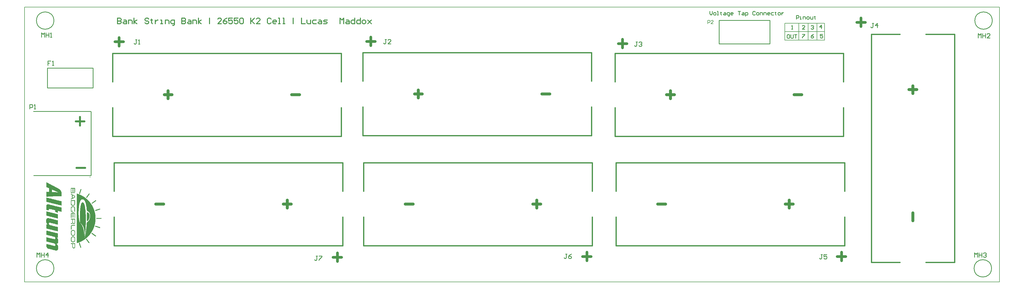
<source format=gto>
G04*
G04 #@! TF.GenerationSoftware,Altium Limited,Altium Designer,22.4.2 (48)*
G04*
G04 Layer_Color=65535*
%FSLAX25Y25*%
%MOIN*%
G70*
G04*
G04 #@! TF.SameCoordinates,340CD510-C2A3-4888-8477-CFC9A3A3E853*
G04*
G04*
G04 #@! TF.FilePolarity,Positive*
G04*
G01*
G75*
%ADD10C,0.01000*%
%ADD11C,0.00500*%
%ADD12C,0.01500*%
%ADD13C,0.02500*%
%ADD14C,0.03500*%
%ADD15C,0.01250*%
%ADD16C,0.00750*%
%ADD17C,0.03937*%
G36*
X30725Y135895D02*
X31195D01*
Y135660D01*
X31665D01*
Y135425D01*
X32135D01*
Y135190D01*
X32370D01*
Y134955D01*
X32840D01*
Y134720D01*
X33310D01*
Y134485D01*
X33780D01*
Y134250D01*
X34250D01*
Y134015D01*
X34720D01*
Y133780D01*
X35190D01*
Y133545D01*
X35660D01*
Y133310D01*
X36130D01*
Y133075D01*
X36600D01*
Y132840D01*
X36835D01*
Y132605D01*
X37305D01*
Y132370D01*
X37775D01*
Y132135D01*
X38245D01*
Y131900D01*
X38715D01*
Y131665D01*
X39185D01*
Y131430D01*
X39655D01*
Y131195D01*
X40125D01*
Y130960D01*
X40595D01*
Y130725D01*
X41065D01*
Y130490D01*
X41300D01*
Y130255D01*
X41770D01*
Y130020D01*
X42240D01*
Y129785D01*
X42710D01*
Y129550D01*
X43180D01*
Y129315D01*
X43650D01*
Y129080D01*
X44120D01*
Y128845D01*
X44590D01*
Y128610D01*
X44825D01*
Y128375D01*
X45295D01*
Y128140D01*
X45765D01*
Y127905D01*
X46235D01*
Y127670D01*
X46705D01*
Y127435D01*
X47175D01*
Y127200D01*
X47410D01*
Y126965D01*
X47880D01*
Y126730D01*
X48115D01*
Y126495D01*
X48350D01*
Y126260D01*
X48585D01*
Y126025D01*
X48820D01*
Y125790D01*
X49055D01*
Y125555D01*
X49290D01*
Y125320D01*
X49525D01*
Y124850D01*
X49760D01*
Y124615D01*
X49995D01*
Y124145D01*
X50230D01*
Y123440D01*
X50465D01*
Y122735D01*
X50700D01*
Y121795D01*
X50935D01*
Y117565D01*
X50700D01*
Y117330D01*
X45530D01*
Y117095D01*
X39185D01*
Y116860D01*
X32840D01*
Y116625D01*
X30020D01*
Y123205D01*
X30255D01*
Y123440D01*
X30490D01*
Y123205D01*
X33780D01*
Y128140D01*
X33310D01*
Y128375D01*
X32840D01*
Y128610D01*
X32135D01*
Y128845D01*
X31665D01*
Y129080D01*
X31195D01*
Y129315D01*
X30725D01*
Y129550D01*
X30255D01*
Y129785D01*
X30020D01*
Y136130D01*
X30725D01*
Y135895D01*
D02*
G37*
G36*
X69068Y122716D02*
X68946D01*
Y122351D01*
X68824D01*
Y122108D01*
X68703D01*
Y121865D01*
X68581D01*
Y121743D01*
X68459D01*
Y121622D01*
X68216D01*
Y121500D01*
X67851D01*
Y121378D01*
X67243D01*
Y121500D01*
X66878D01*
Y121622D01*
X66757D01*
Y121743D01*
X66635D01*
Y121865D01*
X66514D01*
Y121986D01*
X66392D01*
Y122230D01*
X66270D01*
Y122108D01*
X66149D01*
Y121865D01*
X66027D01*
Y121743D01*
X65905D01*
Y121622D01*
X65784D01*
Y121500D01*
X65662D01*
Y121378D01*
X65419D01*
Y121257D01*
X64446D01*
Y121378D01*
X64203D01*
Y121500D01*
X63959D01*
Y121622D01*
X63838D01*
Y121743D01*
X63716D01*
Y121986D01*
X63595D01*
Y122230D01*
X63473D01*
Y122716D01*
X63351D01*
Y128432D01*
X69068D01*
Y122716D01*
D02*
G37*
G36*
X77216Y126973D02*
X77460D01*
Y126851D01*
X77581D01*
Y126730D01*
X77703D01*
Y126243D01*
X77581D01*
Y125878D01*
X77460D01*
Y125514D01*
X77338D01*
Y125149D01*
X77216D01*
Y124784D01*
X77095D01*
Y124419D01*
X76973D01*
Y124054D01*
X76851D01*
Y123568D01*
X76730D01*
Y123203D01*
X76608D01*
Y122838D01*
X76486D01*
Y122473D01*
X76365D01*
Y122108D01*
X76243D01*
Y121743D01*
X76122D01*
Y121378D01*
X76000D01*
Y121013D01*
X75878D01*
Y120649D01*
X75757D01*
Y120405D01*
X75635D01*
Y120284D01*
X75392D01*
Y120162D01*
X75027D01*
Y120284D01*
X74905D01*
Y120405D01*
X74784D01*
Y120527D01*
X74662D01*
Y121135D01*
X74784D01*
Y121500D01*
X74905D01*
Y121865D01*
X75027D01*
Y122230D01*
X75149D01*
Y122595D01*
X75270D01*
Y122959D01*
X75392D01*
Y123324D01*
X75513D01*
Y123811D01*
X75635D01*
Y124176D01*
X75757D01*
Y124540D01*
X75878D01*
Y124905D01*
X76000D01*
Y125270D01*
X76122D01*
Y125635D01*
X76243D01*
Y126000D01*
X76365D01*
Y126365D01*
X76486D01*
Y126730D01*
X76608D01*
Y126851D01*
X76730D01*
Y126973D01*
X76973D01*
Y127095D01*
X77216D01*
Y126973D01*
D02*
G37*
G36*
X88649Y120892D02*
X88770D01*
Y120770D01*
X88892D01*
Y120041D01*
X88770D01*
Y119919D01*
X88649D01*
Y119797D01*
X88527D01*
Y119554D01*
X88405D01*
Y119432D01*
X88284D01*
Y119311D01*
X88162D01*
Y119068D01*
X88041D01*
Y118946D01*
X87919D01*
Y118703D01*
X87797D01*
Y118581D01*
X87676D01*
Y118459D01*
X87554D01*
Y118216D01*
X87432D01*
Y118095D01*
X87311D01*
Y117973D01*
X87189D01*
Y117730D01*
X87068D01*
Y117608D01*
X86946D01*
Y117365D01*
X86824D01*
Y117243D01*
X86703D01*
Y117122D01*
X86581D01*
Y116878D01*
X86459D01*
Y116757D01*
X86338D01*
Y116635D01*
X86216D01*
Y116392D01*
X86095D01*
Y116270D01*
X85973D01*
Y116027D01*
X85851D01*
Y115905D01*
X85730D01*
Y115784D01*
X85608D01*
Y115541D01*
X85487D01*
Y115419D01*
X85365D01*
Y115297D01*
X85243D01*
Y115176D01*
X85122D01*
Y115054D01*
X84513D01*
Y115176D01*
X84392D01*
Y115297D01*
X84270D01*
Y116027D01*
X84392D01*
Y116149D01*
X84513D01*
Y116270D01*
X84635D01*
Y116514D01*
X84757D01*
Y116635D01*
X84878D01*
Y116757D01*
X85000D01*
Y117000D01*
X85122D01*
Y117122D01*
X85243D01*
Y117243D01*
X85365D01*
Y117487D01*
X85487D01*
Y117608D01*
X85608D01*
Y117851D01*
X85730D01*
Y117973D01*
X85851D01*
Y118095D01*
X85973D01*
Y118338D01*
X86095D01*
Y118459D01*
X86216D01*
Y118581D01*
X86338D01*
Y118824D01*
X86459D01*
Y118946D01*
X86581D01*
Y119189D01*
X86703D01*
Y119311D01*
X86824D01*
Y119432D01*
X86946D01*
Y119676D01*
X87068D01*
Y119797D01*
X87189D01*
Y119919D01*
X87311D01*
Y120162D01*
X87432D01*
Y120284D01*
X87554D01*
Y120527D01*
X87676D01*
Y120649D01*
X87797D01*
Y120770D01*
X87919D01*
Y120892D01*
X88041D01*
Y121013D01*
X88649D01*
Y120892D01*
D02*
G37*
G36*
X63473Y120527D02*
X63716D01*
Y120405D01*
X63959D01*
Y120284D01*
X64203D01*
Y120162D01*
X64446D01*
Y120041D01*
X64689D01*
Y119919D01*
X64932D01*
Y119797D01*
X65176D01*
Y119676D01*
X65419D01*
Y119554D01*
X65662D01*
Y119432D01*
X65905D01*
Y119311D01*
X66149D01*
Y119189D01*
X66392D01*
Y119068D01*
X66635D01*
Y118946D01*
X66878D01*
Y118824D01*
X67122D01*
Y118703D01*
X67365D01*
Y118581D01*
X67608D01*
Y118459D01*
X67851D01*
Y118338D01*
X68095D01*
Y118216D01*
X68338D01*
Y118095D01*
X68459D01*
Y117973D01*
X68703D01*
Y117851D01*
X68824D01*
Y117608D01*
X68946D01*
Y117365D01*
X69068D01*
Y116027D01*
X68946D01*
Y115784D01*
X68824D01*
Y115541D01*
X68703D01*
Y115419D01*
X68581D01*
Y115297D01*
X68338D01*
Y115176D01*
X68216D01*
Y115054D01*
X67973D01*
Y114932D01*
X67730D01*
Y114811D01*
X67487D01*
Y114689D01*
X67243D01*
Y114568D01*
X67000D01*
Y114446D01*
X66757D01*
Y114324D01*
X66514D01*
Y114203D01*
X66270D01*
Y114081D01*
X66027D01*
Y113960D01*
X65784D01*
Y113838D01*
X65540D01*
Y113716D01*
X65297D01*
Y113595D01*
X65054D01*
Y113473D01*
X64811D01*
Y113351D01*
X64568D01*
Y113230D01*
X64324D01*
Y113108D01*
X64081D01*
Y112987D01*
X63838D01*
Y112865D01*
X63595D01*
Y112743D01*
X63351D01*
Y113716D01*
X63595D01*
Y113838D01*
X63838D01*
Y113960D01*
X64081D01*
Y114081D01*
X64324D01*
Y114203D01*
X64568D01*
Y114324D01*
X64811D01*
Y114446D01*
X64932D01*
Y118946D01*
X64689D01*
Y119068D01*
X64446D01*
Y119189D01*
X64203D01*
Y119311D01*
X63959D01*
Y119432D01*
X63716D01*
Y119554D01*
X63473D01*
Y119676D01*
X63351D01*
Y120649D01*
X63473D01*
Y120527D01*
D02*
G37*
G36*
X97284Y111770D02*
X97527D01*
Y111649D01*
X97649D01*
Y111527D01*
X97770D01*
Y110919D01*
X97649D01*
Y110797D01*
X97527D01*
Y110676D01*
X97284D01*
Y110554D01*
X97162D01*
Y110432D01*
X97040D01*
Y110311D01*
X96797D01*
Y110189D01*
X96676D01*
Y110068D01*
X96554D01*
Y109946D01*
X96311D01*
Y109824D01*
X96189D01*
Y109703D01*
X95946D01*
Y109581D01*
X95824D01*
Y109459D01*
X95703D01*
Y109338D01*
X95460D01*
Y109216D01*
X95338D01*
Y109095D01*
X95216D01*
Y108973D01*
X94973D01*
Y108851D01*
X94851D01*
Y108730D01*
X94608D01*
Y108608D01*
X94486D01*
Y108486D01*
X94365D01*
Y108365D01*
X94122D01*
Y108243D01*
X94000D01*
Y108122D01*
X93878D01*
Y108000D01*
X93635D01*
Y107878D01*
X93514D01*
Y107757D01*
X93270D01*
Y107635D01*
X93149D01*
Y107513D01*
X93027D01*
Y107392D01*
X92784D01*
Y107270D01*
X92662D01*
Y107149D01*
X92054D01*
Y107270D01*
X91932D01*
Y107392D01*
X91811D01*
Y108122D01*
X91932D01*
Y108243D01*
X92054D01*
Y108365D01*
X92297D01*
Y108486D01*
X92419D01*
Y108608D01*
X92662D01*
Y108730D01*
X92784D01*
Y108851D01*
X92905D01*
Y108973D01*
X93149D01*
Y109095D01*
X93270D01*
Y109216D01*
X93392D01*
Y109338D01*
X93635D01*
Y109459D01*
X93757D01*
Y109581D01*
X94000D01*
Y109703D01*
X94122D01*
Y109824D01*
X94243D01*
Y109946D01*
X94486D01*
Y110068D01*
X94608D01*
Y110189D01*
X94730D01*
Y110311D01*
X94973D01*
Y110432D01*
X95095D01*
Y110554D01*
X95338D01*
Y110676D01*
X95460D01*
Y110797D01*
X95581D01*
Y110919D01*
X95824D01*
Y111040D01*
X95946D01*
Y111162D01*
X96068D01*
Y111284D01*
X96311D01*
Y111405D01*
X96432D01*
Y111527D01*
X96676D01*
Y111649D01*
X96797D01*
Y111770D01*
X97040D01*
Y111892D01*
X97284D01*
Y111770D01*
D02*
G37*
G36*
X30490Y115215D02*
X31430D01*
Y114980D01*
X32370D01*
Y114745D01*
X33310D01*
Y114510D01*
X34250D01*
Y114275D01*
X35425D01*
Y114040D01*
X36365D01*
Y113805D01*
X37305D01*
Y113570D01*
X38245D01*
Y113335D01*
X39185D01*
Y113100D01*
X40125D01*
Y112865D01*
X41065D01*
Y112630D01*
X42005D01*
Y112395D01*
X42945D01*
Y112160D01*
X43885D01*
Y111925D01*
X44825D01*
Y111690D01*
X45765D01*
Y111455D01*
X46705D01*
Y111220D01*
X47645D01*
Y110985D01*
X48585D01*
Y110750D01*
X49525D01*
Y110515D01*
X50700D01*
Y110280D01*
X50935D01*
Y104640D01*
X49995D01*
Y104875D01*
X49055D01*
Y105110D01*
X47880D01*
Y105345D01*
X46940D01*
Y105580D01*
X46000D01*
Y105815D01*
X45060D01*
Y106050D01*
X44120D01*
Y106285D01*
X43180D01*
Y106520D01*
X42240D01*
Y106755D01*
X41300D01*
Y106990D01*
X40360D01*
Y107225D01*
X39420D01*
Y107460D01*
X38480D01*
Y107695D01*
X37540D01*
Y107930D01*
X36600D01*
Y108165D01*
X35660D01*
Y108400D01*
X34720D01*
Y108635D01*
X33780D01*
Y108870D01*
X32840D01*
Y109105D01*
X31900D01*
Y109340D01*
X30960D01*
Y109575D01*
X30255D01*
Y109810D01*
X30020D01*
Y115215D01*
X30255D01*
Y115450D01*
X30490D01*
Y115215D01*
D02*
G37*
G36*
X69068Y106297D02*
X68946D01*
Y105811D01*
X68824D01*
Y105568D01*
X68703D01*
Y105324D01*
X68581D01*
Y105203D01*
X68459D01*
Y105081D01*
X68338D01*
Y104959D01*
X68216D01*
Y104838D01*
X68095D01*
Y104716D01*
X67851D01*
Y104595D01*
X67487D01*
Y104473D01*
X66878D01*
Y104351D01*
X65540D01*
Y104473D01*
X64932D01*
Y104595D01*
X64568D01*
Y104716D01*
X64324D01*
Y104838D01*
X64203D01*
Y104959D01*
X64081D01*
Y105081D01*
X63959D01*
Y105203D01*
X63838D01*
Y105324D01*
X63716D01*
Y105568D01*
X63595D01*
Y105811D01*
X63473D01*
Y106419D01*
X63351D01*
Y111770D01*
X69068D01*
Y106297D01*
D02*
G37*
G36*
X103000Y100216D02*
X103243D01*
Y99973D01*
X103365D01*
Y99608D01*
X103243D01*
Y99365D01*
X103122D01*
Y99243D01*
X103000D01*
Y99122D01*
X102514D01*
Y99000D01*
X102149D01*
Y98878D01*
X101784D01*
Y98757D01*
X101419D01*
Y98635D01*
X101054D01*
Y98514D01*
X100689D01*
Y98392D01*
X100324D01*
Y98270D01*
X99959D01*
Y98149D01*
X99595D01*
Y98027D01*
X99108D01*
Y97905D01*
X98743D01*
Y97784D01*
X98378D01*
Y97662D01*
X98014D01*
Y97540D01*
X97649D01*
Y97419D01*
X97405D01*
Y97297D01*
X96919D01*
Y97419D01*
X96676D01*
Y97540D01*
X96554D01*
Y97784D01*
X96432D01*
Y98027D01*
X96554D01*
Y98270D01*
X96676D01*
Y98392D01*
X96797D01*
Y98514D01*
X97162D01*
Y98635D01*
X97527D01*
Y98757D01*
X97892D01*
Y98878D01*
X98257D01*
Y99000D01*
X98622D01*
Y99122D01*
X98987D01*
Y99243D01*
X99351D01*
Y99365D01*
X99838D01*
Y99487D01*
X100203D01*
Y99608D01*
X100568D01*
Y99730D01*
X100932D01*
Y99851D01*
X101297D01*
Y99973D01*
X101662D01*
Y100095D01*
X102027D01*
Y100216D01*
X102392D01*
Y100338D01*
X103000D01*
Y100216D01*
D02*
G37*
G36*
X67000Y103257D02*
X67608D01*
Y103135D01*
X67851D01*
Y103014D01*
X68095D01*
Y102892D01*
X68216D01*
Y102770D01*
X68459D01*
Y102527D01*
X68581D01*
Y102405D01*
X68703D01*
Y102162D01*
X68824D01*
Y101919D01*
X68946D01*
Y101432D01*
X69068D01*
Y96203D01*
X68216D01*
Y101068D01*
X68095D01*
Y101554D01*
X67973D01*
Y101797D01*
X67851D01*
Y102041D01*
X67730D01*
Y102162D01*
X67487D01*
Y102284D01*
X67122D01*
Y102405D01*
X65297D01*
Y102284D01*
X64932D01*
Y102162D01*
X64811D01*
Y102041D01*
X64568D01*
Y101797D01*
X64446D01*
Y101554D01*
X64324D01*
Y101068D01*
X64203D01*
Y97054D01*
X66270D01*
Y96203D01*
X63351D01*
Y101311D01*
X63473D01*
Y101919D01*
X63595D01*
Y102162D01*
X63716D01*
Y102405D01*
X63838D01*
Y102527D01*
X63959D01*
Y102649D01*
X64081D01*
Y102770D01*
X64203D01*
Y102892D01*
X64324D01*
Y103014D01*
X64568D01*
Y103135D01*
X64811D01*
Y103257D01*
X65419D01*
Y103378D01*
X67000D01*
Y103257D01*
D02*
G37*
G36*
X32840Y106050D02*
X34015D01*
Y105815D01*
X34955D01*
Y105580D01*
X35895D01*
Y105345D01*
X36835D01*
Y105110D01*
X37775D01*
Y104875D01*
X38715D01*
Y104640D01*
X39655D01*
Y104405D01*
X40595D01*
Y104170D01*
X41535D01*
Y103935D01*
X42475D01*
Y103700D01*
X43415D01*
Y103465D01*
X44355D01*
Y103230D01*
X45530D01*
Y102995D01*
X46470D01*
Y102760D01*
X47410D01*
Y102525D01*
X48350D01*
Y102290D01*
X49290D01*
Y102055D01*
X50230D01*
Y101820D01*
X50700D01*
Y95945D01*
X50465D01*
Y96180D01*
X49525D01*
Y96415D01*
X48585D01*
Y96650D01*
X47645D01*
Y96885D01*
X46705D01*
Y97120D01*
X45765D01*
Y94770D01*
X45530D01*
Y95005D01*
X44590D01*
Y95240D01*
X43650D01*
Y95475D01*
X42710D01*
Y95710D01*
X42240D01*
Y97355D01*
Y97590D01*
Y98060D01*
X42005D01*
Y98295D01*
X41065D01*
Y98530D01*
X40125D01*
Y98765D01*
X39185D01*
Y99000D01*
X38245D01*
Y99235D01*
X37305D01*
Y99470D01*
X36365D01*
Y99705D01*
X35190D01*
Y99940D01*
X34015D01*
Y99705D01*
X33780D01*
Y99470D01*
X33545D01*
Y97825D01*
X33075D01*
Y98060D01*
X32135D01*
Y98295D01*
X31195D01*
Y98530D01*
X30255D01*
Y98765D01*
X30020D01*
Y104405D01*
X30255D01*
Y105110D01*
X30490D01*
Y105580D01*
X30725D01*
Y105815D01*
X30960D01*
Y106050D01*
X31665D01*
Y106285D01*
X32840D01*
Y106050D01*
D02*
G37*
G36*
X67122Y94986D02*
X67730D01*
Y94865D01*
X67973D01*
Y94743D01*
X68216D01*
Y94622D01*
X68338D01*
Y94500D01*
X68581D01*
Y94257D01*
X68703D01*
Y94135D01*
X68824D01*
Y93892D01*
X68946D01*
Y93770D01*
Y93649D01*
X69068D01*
Y93041D01*
X69189D01*
Y87932D01*
X68338D01*
Y92919D01*
X68216D01*
Y93405D01*
X68095D01*
Y93527D01*
X67973D01*
Y93770D01*
X67851D01*
Y93892D01*
X67608D01*
Y94014D01*
X67365D01*
Y94135D01*
X66757D01*
Y88054D01*
X65905D01*
Y94135D01*
X65297D01*
Y94014D01*
X65054D01*
Y93892D01*
X64811D01*
Y93770D01*
X64689D01*
Y93527D01*
X64568D01*
Y93284D01*
X64446D01*
Y92919D01*
X64324D01*
Y87932D01*
X63473D01*
Y93041D01*
X63595D01*
Y93649D01*
X63716D01*
Y93892D01*
X63838D01*
Y94135D01*
X63959D01*
Y94257D01*
X64081D01*
Y94378D01*
X64203D01*
Y94500D01*
X64324D01*
Y94622D01*
X64446D01*
Y94743D01*
X64689D01*
Y94865D01*
X64932D01*
Y94986D01*
X65540D01*
Y95108D01*
X67122D01*
Y94986D01*
D02*
G37*
G36*
X30490Y96415D02*
X31195D01*
Y96180D01*
X32135D01*
Y95945D01*
X33075D01*
Y95710D01*
X34250D01*
Y95475D01*
X35190D01*
Y95240D01*
X36130D01*
Y95005D01*
X37070D01*
Y94770D01*
X38010D01*
Y94535D01*
X38950D01*
Y94300D01*
X39890D01*
Y94065D01*
X40830D01*
Y93830D01*
X41770D01*
Y93595D01*
X42710D01*
Y93360D01*
X43650D01*
Y93125D01*
X44590D01*
Y92890D01*
X45530D01*
Y92655D01*
X45765D01*
Y87015D01*
X44825D01*
Y87250D01*
X43885D01*
Y87485D01*
X42945D01*
Y87720D01*
X42005D01*
Y87955D01*
X41065D01*
Y88190D01*
X40125D01*
Y88425D01*
X39185D01*
Y88660D01*
X38245D01*
Y88895D01*
X37305D01*
Y89130D01*
X36365D01*
Y89365D01*
X35425D01*
Y89600D01*
X34485D01*
Y89835D01*
X33545D01*
Y90070D01*
X32605D01*
Y90305D01*
X31665D01*
Y90540D01*
X30725D01*
Y90775D01*
X30020D01*
Y96415D01*
X30255D01*
Y96650D01*
X30490D01*
Y96415D01*
D02*
G37*
G36*
X104824Y87568D02*
X104946D01*
Y87446D01*
X105068D01*
Y86838D01*
X104946D01*
Y86716D01*
X104824D01*
Y86595D01*
X104581D01*
Y86473D01*
X98378D01*
Y86595D01*
X98135D01*
Y86716D01*
X98014D01*
Y86959D01*
X97892D01*
Y87324D01*
X98014D01*
Y87568D01*
X98257D01*
Y87689D01*
X104824D01*
Y87568D01*
D02*
G37*
G36*
X69189Y81000D02*
X69068D01*
Y80514D01*
X68946D01*
Y80270D01*
X68824D01*
Y80149D01*
X68703D01*
Y79905D01*
X68581D01*
Y79784D01*
X68338D01*
Y79662D01*
X68095D01*
Y79540D01*
X66757D01*
Y79662D01*
X66514D01*
Y79784D01*
X66392D01*
Y79905D01*
X66270D01*
Y80027D01*
X66149D01*
Y80270D01*
X66027D01*
Y80514D01*
X65784D01*
Y80270D01*
X65662D01*
Y80149D01*
X65540D01*
Y79905D01*
X65297D01*
Y79784D01*
X65054D01*
Y79662D01*
X63473D01*
Y80514D01*
X64689D01*
Y80635D01*
X65054D01*
Y80757D01*
X65176D01*
Y80878D01*
X65297D01*
Y81000D01*
X65419D01*
Y81365D01*
X65540D01*
Y85622D01*
X63473D01*
Y86595D01*
X69189D01*
Y81000D01*
D02*
G37*
G36*
X33310Y87250D02*
X34250D01*
Y87015D01*
X35425D01*
Y86780D01*
X36365D01*
Y86545D01*
X37305D01*
Y86310D01*
X38245D01*
Y86075D01*
X39185D01*
Y85840D01*
X40125D01*
Y85605D01*
X41065D01*
Y85370D01*
X42005D01*
Y85135D01*
X42945D01*
Y84900D01*
X43885D01*
Y84665D01*
X44825D01*
Y84430D01*
X45765D01*
Y81375D01*
Y81140D01*
Y78555D01*
X45060D01*
Y78790D01*
X44120D01*
Y79025D01*
X43180D01*
Y79260D01*
X42240D01*
Y79495D01*
X41300D01*
Y79730D01*
X40360D01*
Y79965D01*
X39420D01*
Y80200D01*
X38480D01*
Y80435D01*
X37540D01*
Y80670D01*
X36600D01*
Y80905D01*
X35660D01*
Y81140D01*
X34015D01*
Y80905D01*
X33780D01*
Y80435D01*
X33545D01*
Y79260D01*
X33780D01*
Y78790D01*
X34015D01*
Y78555D01*
X34250D01*
Y78320D01*
X34485D01*
Y78085D01*
X34955D01*
Y77850D01*
X35660D01*
Y77615D01*
X36600D01*
Y77380D01*
X37540D01*
Y77145D01*
X38480D01*
Y76910D01*
X39420D01*
Y76675D01*
X40360D01*
Y76440D01*
X41300D01*
Y76205D01*
X42240D01*
Y75970D01*
X43180D01*
Y75735D01*
X44120D01*
Y75500D01*
X45295D01*
Y75265D01*
X45765D01*
Y69390D01*
X45530D01*
Y69625D01*
X44590D01*
Y69860D01*
X43415D01*
Y70095D01*
X42475D01*
Y70330D01*
X41535D01*
Y70565D01*
X40595D01*
Y70800D01*
X39655D01*
Y71035D01*
X38715D01*
Y71270D01*
X37775D01*
Y71505D01*
X36835D01*
Y71740D01*
X35895D01*
Y71975D01*
X34955D01*
Y72210D01*
X34015D01*
Y72445D01*
X33075D01*
Y72680D01*
X32135D01*
Y72915D01*
X31195D01*
Y73150D01*
X30255D01*
Y73385D01*
X30020D01*
Y79025D01*
X30725D01*
Y78790D01*
X31665D01*
Y79025D01*
X31430D01*
Y79260D01*
X31195D01*
Y79495D01*
X30960D01*
Y79730D01*
X30725D01*
Y80200D01*
X30490D01*
Y80670D01*
X30255D01*
Y81140D01*
X30020D01*
Y81845D01*
X29785D01*
Y85370D01*
X30020D01*
Y85840D01*
X30255D01*
Y86310D01*
X30490D01*
Y86780D01*
X30725D01*
Y87015D01*
X31195D01*
Y87250D01*
X31900D01*
Y87485D01*
X33310D01*
Y87250D01*
D02*
G37*
G36*
X97040Y76865D02*
X97527D01*
Y76743D01*
X97892D01*
Y76622D01*
X98257D01*
Y76500D01*
X98622D01*
Y76378D01*
X98987D01*
Y76257D01*
X99351D01*
Y76135D01*
X99716D01*
Y76013D01*
X100081D01*
Y75892D01*
X100446D01*
Y75770D01*
X100811D01*
Y75649D01*
X101176D01*
Y75527D01*
X101541D01*
Y75405D01*
X102027D01*
Y75284D01*
X102392D01*
Y75162D01*
X102757D01*
Y75041D01*
X103000D01*
Y74919D01*
X103122D01*
Y74797D01*
X103243D01*
Y74189D01*
X103122D01*
Y74068D01*
X103000D01*
Y73946D01*
X102270D01*
Y74068D01*
X101784D01*
Y74189D01*
X101419D01*
Y74311D01*
X101054D01*
Y74432D01*
X100689D01*
Y74554D01*
X100324D01*
Y74676D01*
X99959D01*
Y74797D01*
X99595D01*
Y74919D01*
X99230D01*
Y75041D01*
X98865D01*
Y75162D01*
X98500D01*
Y75284D01*
X98135D01*
Y75405D01*
X97770D01*
Y75527D01*
X97284D01*
Y75649D01*
X96919D01*
Y75770D01*
X96676D01*
Y75892D01*
X96554D01*
Y76013D01*
X96432D01*
Y76257D01*
X96311D01*
Y76378D01*
X96432D01*
Y76743D01*
X96554D01*
Y76865D01*
X96919D01*
Y76986D01*
X97040D01*
Y76865D01*
D02*
G37*
G36*
X69189Y77351D02*
X65419D01*
Y77230D01*
X65054D01*
Y77108D01*
X64811D01*
Y76986D01*
X64689D01*
Y76865D01*
X64568D01*
Y76622D01*
X64446D01*
Y76013D01*
X64324D01*
Y75649D01*
Y75527D01*
Y71757D01*
X63473D01*
Y76257D01*
X63595D01*
Y76865D01*
X63716D01*
Y77230D01*
X63838D01*
Y77351D01*
X63959D01*
Y77595D01*
X64081D01*
Y77716D01*
X64203D01*
Y77838D01*
X64446D01*
Y77960D01*
X64689D01*
Y78081D01*
X65054D01*
Y78203D01*
X69189D01*
Y77351D01*
D02*
G37*
G36*
X67122Y71149D02*
X67608D01*
Y71027D01*
X67851D01*
Y70905D01*
X68095D01*
Y70784D01*
X68216D01*
Y70662D01*
X68338D01*
Y70540D01*
X68459D01*
Y70419D01*
X68581D01*
Y70297D01*
X68703D01*
Y70054D01*
X68824D01*
Y69811D01*
X68946D01*
Y69446D01*
X69068D01*
Y68959D01*
X69189D01*
Y65676D01*
X69068D01*
Y65189D01*
X68946D01*
Y64824D01*
X68824D01*
Y64581D01*
X68703D01*
Y64338D01*
X68581D01*
Y64216D01*
X68459D01*
Y64095D01*
X68338D01*
Y63973D01*
X68216D01*
Y63851D01*
X68095D01*
Y63730D01*
X67851D01*
Y63608D01*
X67608D01*
Y63486D01*
X67122D01*
Y63365D01*
X65540D01*
Y63486D01*
X65054D01*
Y63608D01*
X64811D01*
Y63730D01*
X64568D01*
Y63851D01*
X64446D01*
Y63973D01*
X64324D01*
Y64095D01*
X64203D01*
Y64216D01*
X64081D01*
Y64338D01*
X63959D01*
Y64581D01*
X63838D01*
Y64824D01*
X63716D01*
Y65189D01*
X63595D01*
Y65676D01*
X63473D01*
Y68959D01*
X63595D01*
Y69568D01*
X63716D01*
Y69811D01*
X63838D01*
Y70054D01*
X63959D01*
Y70297D01*
X64081D01*
Y70419D01*
X64203D01*
Y70540D01*
X64324D01*
Y70662D01*
X64446D01*
Y70784D01*
X64568D01*
Y70905D01*
X64811D01*
Y71027D01*
X65054D01*
Y71149D01*
X65540D01*
Y71270D01*
X67122D01*
Y71149D01*
D02*
G37*
G36*
X92541Y67014D02*
X92662D01*
Y66892D01*
X92784D01*
Y66770D01*
X93027D01*
Y66649D01*
X93149D01*
Y66527D01*
X93270D01*
Y66405D01*
X93514D01*
Y66284D01*
X93635D01*
Y66162D01*
X93878D01*
Y66040D01*
X94000D01*
Y65919D01*
X94122D01*
Y65797D01*
X94365D01*
Y65676D01*
X94486D01*
Y65554D01*
X94608D01*
Y65432D01*
X94851D01*
Y65311D01*
X94973D01*
Y65189D01*
X95216D01*
Y65068D01*
X95338D01*
Y64946D01*
X95460D01*
Y64824D01*
X95703D01*
Y64703D01*
X95824D01*
Y64581D01*
X95946D01*
Y64460D01*
X96189D01*
Y64338D01*
X96311D01*
Y64216D01*
X96554D01*
Y64095D01*
X96676D01*
Y63973D01*
X96797D01*
Y63851D01*
X97040D01*
Y63730D01*
X97162D01*
Y63608D01*
X97405D01*
Y63486D01*
X97527D01*
Y63122D01*
X97649D01*
Y63000D01*
X97527D01*
Y62635D01*
X97405D01*
Y62514D01*
X97040D01*
Y62392D01*
X96919D01*
Y62514D01*
X96554D01*
Y62635D01*
X96432D01*
Y62757D01*
X96311D01*
Y62878D01*
X96189D01*
Y63000D01*
X95946D01*
Y63122D01*
X95824D01*
Y63243D01*
X95581D01*
Y63365D01*
X95460D01*
Y63486D01*
X95338D01*
Y63608D01*
X95095D01*
Y63730D01*
X94973D01*
Y63851D01*
X94730D01*
Y63973D01*
X94608D01*
Y64095D01*
X94486D01*
Y64216D01*
X94243D01*
Y64338D01*
X94122D01*
Y64460D01*
X94000D01*
Y64581D01*
X93757D01*
Y64703D01*
X93635D01*
Y64824D01*
X93392D01*
Y64946D01*
X93270D01*
Y65068D01*
X93149D01*
Y65189D01*
X92905D01*
Y65311D01*
X92784D01*
Y65432D01*
X92662D01*
Y65554D01*
X92419D01*
Y65676D01*
X92297D01*
Y65797D01*
X92054D01*
Y65919D01*
X91932D01*
Y66040D01*
X91811D01*
Y66162D01*
X91689D01*
Y66284D01*
X91568D01*
Y66770D01*
X91689D01*
Y67014D01*
X91811D01*
Y67135D01*
X92541D01*
Y67014D01*
D02*
G37*
G36*
X31195Y70095D02*
X32135D01*
Y69860D01*
X33075D01*
Y69625D01*
X34015D01*
Y69390D01*
X34955D01*
Y69155D01*
X35895D01*
Y68920D01*
X36835D01*
Y68685D01*
X37775D01*
Y68450D01*
X38715D01*
Y68215D01*
X39655D01*
Y67980D01*
X40595D01*
Y67745D01*
X41535D01*
Y67510D01*
X42475D01*
Y67275D01*
X43415D01*
Y67040D01*
X44355D01*
Y66805D01*
X45530D01*
Y66570D01*
X45765D01*
Y60695D01*
X45530D01*
Y60930D01*
X44590D01*
Y61165D01*
X44120D01*
Y60930D01*
X44355D01*
Y60695D01*
X44590D01*
Y60460D01*
X44825D01*
Y60225D01*
X45060D01*
Y59990D01*
X45295D01*
Y59520D01*
X45530D01*
Y59050D01*
X45765D01*
Y58580D01*
X46000D01*
Y57875D01*
X46235D01*
Y54350D01*
X46000D01*
Y53645D01*
X45765D01*
Y53410D01*
X45530D01*
Y53175D01*
X45295D01*
Y52940D01*
X45060D01*
Y52705D01*
X44825D01*
Y52470D01*
X44120D01*
Y52000D01*
X44355D01*
Y51765D01*
X44590D01*
Y51530D01*
X44825D01*
Y51295D01*
X45060D01*
Y51060D01*
X45295D01*
Y50590D01*
X45530D01*
Y50120D01*
X45765D01*
Y49650D01*
X46000D01*
Y48710D01*
X46235D01*
Y45420D01*
X46000D01*
Y44715D01*
X45765D01*
Y44245D01*
X45530D01*
Y44010D01*
X45295D01*
Y43775D01*
X45060D01*
Y43540D01*
X44590D01*
Y43305D01*
X42240D01*
Y43540D01*
X41300D01*
Y43775D01*
X40360D01*
Y44010D01*
X39420D01*
Y44245D01*
X38480D01*
Y44480D01*
X37540D01*
Y44715D01*
X36600D01*
Y44950D01*
X35660D01*
Y45185D01*
X34720D01*
Y45420D01*
X33780D01*
Y45655D01*
X32840D01*
Y45890D01*
X32135D01*
Y46125D01*
X31900D01*
Y46360D01*
X31430D01*
Y46595D01*
X31195D01*
Y47065D01*
X30960D01*
Y47300D01*
X30725D01*
Y47770D01*
X30490D01*
Y48240D01*
X30255D01*
Y49180D01*
X30020D01*
Y52000D01*
X30255D01*
Y52235D01*
X30490D01*
Y52000D01*
X31430D01*
Y51765D01*
X32370D01*
Y51530D01*
X33310D01*
Y51295D01*
X34485D01*
Y51060D01*
X35425D01*
Y50825D01*
X36365D01*
Y50590D01*
X37305D01*
Y50355D01*
X38245D01*
Y50120D01*
X39185D01*
Y49885D01*
X40125D01*
Y49650D01*
X42005D01*
Y49885D01*
X42240D01*
Y50590D01*
X42475D01*
Y51060D01*
X42240D01*
Y52000D01*
X42005D01*
Y52235D01*
X41770D01*
Y52470D01*
X41535D01*
Y52705D01*
X41065D01*
Y52940D01*
X40360D01*
Y53175D01*
X39420D01*
Y53410D01*
X38480D01*
Y53645D01*
X37540D01*
Y53880D01*
X36600D01*
Y54115D01*
X35660D01*
Y54350D01*
X34720D01*
Y54585D01*
X33545D01*
Y54820D01*
X32605D01*
Y55055D01*
X31665D01*
Y55290D01*
X30725D01*
Y55525D01*
X30255D01*
Y55760D01*
X30020D01*
Y61165D01*
X30255D01*
Y61400D01*
X30490D01*
Y61165D01*
X31430D01*
Y60930D01*
X32370D01*
Y60695D01*
X33310D01*
Y60460D01*
X34250D01*
Y60225D01*
X35190D01*
Y59990D01*
X36130D01*
Y59755D01*
X37070D01*
Y59520D01*
X38010D01*
Y59285D01*
X38950D01*
Y59050D01*
X40125D01*
Y58815D01*
X41065D01*
Y58580D01*
X41535D01*
Y58815D01*
X42005D01*
Y59050D01*
X42240D01*
Y59755D01*
X42475D01*
Y60225D01*
X42240D01*
Y60930D01*
X42005D01*
Y61400D01*
X41770D01*
Y61635D01*
X41300D01*
Y61870D01*
X40830D01*
Y62105D01*
X39890D01*
Y62340D01*
X38950D01*
Y62575D01*
X38010D01*
Y62810D01*
X37070D01*
Y63045D01*
X36130D01*
Y63280D01*
X35190D01*
Y63515D01*
X34250D01*
Y63750D01*
X33310D01*
Y63985D01*
X32370D01*
Y64220D01*
X31430D01*
Y64455D01*
X30490D01*
Y64690D01*
X30020D01*
Y70330D01*
X31195D01*
Y70095D01*
D02*
G37*
G36*
X67122Y62270D02*
X67608D01*
Y62149D01*
X67851D01*
Y62027D01*
X68095D01*
Y61905D01*
X68216D01*
Y61784D01*
X68338D01*
Y61662D01*
X68459D01*
Y61541D01*
X68581D01*
Y61419D01*
X68703D01*
Y61176D01*
X68824D01*
Y60932D01*
X68946D01*
Y60568D01*
X69068D01*
Y60081D01*
X69189D01*
Y56797D01*
X69068D01*
Y56311D01*
X68946D01*
Y55946D01*
X68824D01*
Y55703D01*
X68703D01*
Y55459D01*
X68581D01*
Y55338D01*
X68459D01*
Y55216D01*
X68338D01*
Y55095D01*
X68216D01*
Y54973D01*
X68095D01*
Y54851D01*
X67851D01*
Y54730D01*
X67608D01*
Y54608D01*
X67122D01*
Y54487D01*
X65540D01*
Y54608D01*
X65054D01*
Y54730D01*
X64811D01*
Y54851D01*
X64568D01*
Y54973D01*
X64446D01*
Y55095D01*
X64324D01*
Y55216D01*
X64203D01*
Y55338D01*
X64081D01*
Y55459D01*
X63959D01*
Y55703D01*
X63838D01*
Y55946D01*
X63716D01*
Y56311D01*
X63595D01*
Y56797D01*
X63473D01*
Y60081D01*
X63595D01*
Y60689D01*
X63716D01*
Y60932D01*
X63838D01*
Y61176D01*
X63959D01*
Y61419D01*
X64081D01*
Y61541D01*
X64203D01*
Y61662D01*
X64324D01*
Y61784D01*
X64446D01*
Y61905D01*
X64568D01*
Y62027D01*
X64811D01*
Y62149D01*
X65054D01*
Y62270D01*
X65540D01*
Y62392D01*
X67122D01*
Y62270D01*
D02*
G37*
G36*
X71987Y120649D02*
X72473D01*
Y120527D01*
X72838D01*
Y120405D01*
X73203D01*
Y120284D01*
X73568D01*
Y120162D01*
X73811D01*
Y120041D01*
X74176D01*
Y119919D01*
X74541D01*
Y119797D01*
X74784D01*
Y119676D01*
X75149D01*
Y119554D01*
X75392D01*
Y119432D01*
X75757D01*
Y119311D01*
X76000D01*
Y119189D01*
X76243D01*
Y119068D01*
X76486D01*
Y118946D01*
X76730D01*
Y118824D01*
X77095D01*
Y118703D01*
X77338D01*
Y118581D01*
X77581D01*
Y118459D01*
X77824D01*
Y118338D01*
X78068D01*
Y118216D01*
X78189D01*
Y118095D01*
X78432D01*
Y117973D01*
X78676D01*
Y117851D01*
X78919D01*
Y117730D01*
X79162D01*
Y117608D01*
X79405D01*
Y117487D01*
X79527D01*
Y117365D01*
X79770D01*
Y117243D01*
X80014D01*
Y117122D01*
X80135D01*
Y117000D01*
X80378D01*
Y116878D01*
X80500D01*
Y116757D01*
X80743D01*
Y116635D01*
X80986D01*
Y116514D01*
X81108D01*
Y116392D01*
X81351D01*
Y116270D01*
X81473D01*
Y116149D01*
X81716D01*
Y116027D01*
X81838D01*
Y115905D01*
X81959D01*
Y115784D01*
X82203D01*
Y115662D01*
X82324D01*
Y115541D01*
X82568D01*
Y115419D01*
X82689D01*
Y115297D01*
X82811D01*
Y115176D01*
X83054D01*
Y115054D01*
X83176D01*
Y114932D01*
X83297D01*
Y114811D01*
X83540D01*
Y114689D01*
X83662D01*
Y114568D01*
X83784D01*
Y114446D01*
X83905D01*
Y114324D01*
X84149D01*
Y114203D01*
X84270D01*
Y114081D01*
X84392D01*
Y113960D01*
X84513D01*
Y113838D01*
X84635D01*
Y113716D01*
X84757D01*
Y113595D01*
X85000D01*
Y113473D01*
X85122D01*
Y113351D01*
X85243D01*
Y113230D01*
X85365D01*
Y113108D01*
X85487D01*
Y112987D01*
X85608D01*
Y112865D01*
X85730D01*
Y112743D01*
X85851D01*
Y112622D01*
X85973D01*
Y112500D01*
X86095D01*
Y112378D01*
X86216D01*
Y112257D01*
X86338D01*
Y112135D01*
X86459D01*
Y112013D01*
X86581D01*
Y111892D01*
X86703D01*
Y111770D01*
X86824D01*
Y111649D01*
X86946D01*
Y111527D01*
X87068D01*
Y111405D01*
X87189D01*
Y111284D01*
X87311D01*
Y111162D01*
X87432D01*
Y111040D01*
X87554D01*
Y110919D01*
X87676D01*
Y110797D01*
X87797D01*
Y110676D01*
X87919D01*
Y110554D01*
X88041D01*
Y110432D01*
X88162D01*
Y110311D01*
X88284D01*
Y110189D01*
X88405D01*
Y109946D01*
X88527D01*
Y109824D01*
X88649D01*
Y109703D01*
X88770D01*
Y109581D01*
X88892D01*
Y109459D01*
X89013D01*
Y109216D01*
X89135D01*
Y109095D01*
X89257D01*
Y108973D01*
X89378D01*
Y108851D01*
X89500D01*
Y108608D01*
X89622D01*
Y108486D01*
X89743D01*
Y108365D01*
X89865D01*
Y108122D01*
X89986D01*
Y108000D01*
X90108D01*
Y107878D01*
X90230D01*
Y107635D01*
X90351D01*
Y107513D01*
X90473D01*
Y107392D01*
X90595D01*
Y107149D01*
X90716D01*
Y107027D01*
X90838D01*
Y106784D01*
X90960D01*
Y106662D01*
X91081D01*
Y106419D01*
X91203D01*
Y106297D01*
X91324D01*
Y106054D01*
X91446D01*
Y105932D01*
X91568D01*
Y105689D01*
X91689D01*
Y105568D01*
X91811D01*
Y105324D01*
X91932D01*
Y105081D01*
X92054D01*
Y104959D01*
X92176D01*
Y104716D01*
X92297D01*
Y104473D01*
X92419D01*
Y104230D01*
X92541D01*
Y104108D01*
X92662D01*
Y103865D01*
X92784D01*
Y103622D01*
X92905D01*
Y103378D01*
X93027D01*
Y103135D01*
X93149D01*
Y102892D01*
X93270D01*
Y102649D01*
X93392D01*
Y102405D01*
X93514D01*
Y102162D01*
X93635D01*
Y101919D01*
X93757D01*
Y101676D01*
X93878D01*
Y101311D01*
X94000D01*
Y101068D01*
X94122D01*
Y100824D01*
X94243D01*
Y100460D01*
X94365D01*
Y100216D01*
X94486D01*
Y99851D01*
X94608D01*
Y99608D01*
X94730D01*
Y99243D01*
X94851D01*
Y98878D01*
X94973D01*
Y98635D01*
X95095D01*
Y98270D01*
X95216D01*
Y97905D01*
X95338D01*
Y97419D01*
X95460D01*
Y97054D01*
X95581D01*
Y96689D01*
X95703D01*
Y96203D01*
X95824D01*
Y95716D01*
X95946D01*
Y95230D01*
X96068D01*
Y94743D01*
X96189D01*
Y94135D01*
X96311D01*
Y93527D01*
X96432D01*
Y92797D01*
X96554D01*
Y92068D01*
X96676D01*
Y91095D01*
X96797D01*
Y89878D01*
X96919D01*
Y84284D01*
X96797D01*
Y83068D01*
X96676D01*
Y82095D01*
X96554D01*
Y81365D01*
X96432D01*
Y80635D01*
X96311D01*
Y80027D01*
X96189D01*
Y79419D01*
X96068D01*
Y78932D01*
X95946D01*
Y78446D01*
X95824D01*
Y77960D01*
X95703D01*
Y77473D01*
X95581D01*
Y77108D01*
X95460D01*
Y76743D01*
X95338D01*
Y76257D01*
X95216D01*
Y75892D01*
X95095D01*
Y75527D01*
X94973D01*
Y75284D01*
X94851D01*
Y74919D01*
X94730D01*
Y74554D01*
X94608D01*
Y74311D01*
X94486D01*
Y73946D01*
X94365D01*
Y73703D01*
X94243D01*
Y73338D01*
X94122D01*
Y73095D01*
X94000D01*
Y72851D01*
X93878D01*
Y72487D01*
X93757D01*
Y72243D01*
X93635D01*
Y72000D01*
X93514D01*
Y71757D01*
X93392D01*
Y71513D01*
X93270D01*
Y71270D01*
X93149D01*
Y71027D01*
X93027D01*
Y70784D01*
X92905D01*
Y70540D01*
X92784D01*
Y70297D01*
X92662D01*
Y70054D01*
X92541D01*
Y69932D01*
X92419D01*
Y69689D01*
X92297D01*
Y69446D01*
X92176D01*
Y69203D01*
X92054D01*
Y69081D01*
X91932D01*
Y68838D01*
X91811D01*
Y68595D01*
X91689D01*
Y68473D01*
X91568D01*
Y68230D01*
X91446D01*
Y68108D01*
X91324D01*
Y67865D01*
X91203D01*
Y67743D01*
X91081D01*
Y67500D01*
X90960D01*
Y67378D01*
X90838D01*
Y67135D01*
X90716D01*
Y67014D01*
X90595D01*
Y66770D01*
X90473D01*
Y66649D01*
X90351D01*
Y66527D01*
X90230D01*
Y66284D01*
X90108D01*
Y66162D01*
X89986D01*
Y66040D01*
X89865D01*
Y65797D01*
X89743D01*
Y65676D01*
X89622D01*
Y65554D01*
X89500D01*
Y65311D01*
X89378D01*
Y65189D01*
X89257D01*
Y65068D01*
X89135D01*
Y64946D01*
X89013D01*
Y64703D01*
X88892D01*
Y64581D01*
X88770D01*
Y64460D01*
X88649D01*
Y64338D01*
X88527D01*
Y64216D01*
X88405D01*
Y63973D01*
X88284D01*
Y63851D01*
X88162D01*
Y63730D01*
X88041D01*
Y63608D01*
X87919D01*
Y63486D01*
X87797D01*
Y63365D01*
X87676D01*
Y63243D01*
X87554D01*
Y63122D01*
X87432D01*
Y63000D01*
X87311D01*
Y62878D01*
X87189D01*
Y62757D01*
X87068D01*
Y62635D01*
X86946D01*
Y62514D01*
X86824D01*
Y62392D01*
X86703D01*
Y62270D01*
X86581D01*
Y62149D01*
X86459D01*
Y62027D01*
X86338D01*
Y61905D01*
X86216D01*
Y61784D01*
X86095D01*
Y61662D01*
X85973D01*
Y61541D01*
X85851D01*
Y61419D01*
X85730D01*
Y61297D01*
X85608D01*
Y61176D01*
X85487D01*
Y61054D01*
X85365D01*
Y60932D01*
X85243D01*
Y60811D01*
X85122D01*
Y60689D01*
X85000D01*
Y60568D01*
X84757D01*
Y60446D01*
X84635D01*
Y60324D01*
X84513D01*
Y60203D01*
X84392D01*
Y60081D01*
X84270D01*
Y59960D01*
X84149D01*
Y59838D01*
X83905D01*
Y59716D01*
X83784D01*
Y59595D01*
X83662D01*
Y59473D01*
X83540D01*
Y59351D01*
X83297D01*
Y59230D01*
X83176D01*
Y59108D01*
X83054D01*
Y58987D01*
X82811D01*
Y58865D01*
X82689D01*
Y58743D01*
X82568D01*
Y58622D01*
X82324D01*
Y58500D01*
X82203D01*
Y58378D01*
X81959D01*
Y58257D01*
X81838D01*
Y58135D01*
X81716D01*
Y58013D01*
X81473D01*
Y57892D01*
X81351D01*
Y57770D01*
X81108D01*
Y57649D01*
X80986D01*
Y57527D01*
X80743D01*
Y57405D01*
X80500D01*
Y57284D01*
X80378D01*
Y57162D01*
X80135D01*
Y57041D01*
X80014D01*
Y56919D01*
X79770D01*
Y56797D01*
X79527D01*
Y56676D01*
X79284D01*
Y56554D01*
X79162D01*
Y56432D01*
X78919D01*
Y56311D01*
X78676D01*
Y56189D01*
X78432D01*
Y56068D01*
X78189D01*
Y55946D01*
X78068D01*
Y55824D01*
X77824D01*
Y55703D01*
X77581D01*
Y55581D01*
X77338D01*
Y55459D01*
X77095D01*
Y55338D01*
X76730D01*
Y55216D01*
X76486D01*
Y55095D01*
X76243D01*
Y54973D01*
X76000D01*
Y54851D01*
X75757D01*
Y54730D01*
X75392D01*
Y54608D01*
X75149D01*
Y54487D01*
X74784D01*
Y54365D01*
X74541D01*
Y54243D01*
X74176D01*
Y54122D01*
X73811D01*
Y54000D01*
X73568D01*
Y53878D01*
X73203D01*
Y53757D01*
X72838D01*
Y53635D01*
X72473D01*
Y53513D01*
X71987D01*
Y53392D01*
X71500D01*
Y120770D01*
X71987D01*
Y120649D01*
D02*
G37*
G36*
X84878Y59230D02*
X85000D01*
Y59108D01*
X85122D01*
Y58987D01*
X85243D01*
Y58743D01*
X85365D01*
Y58622D01*
X85487D01*
Y58378D01*
X85608D01*
Y58257D01*
X85730D01*
Y58135D01*
X85851D01*
Y57892D01*
X85973D01*
Y57770D01*
X86095D01*
Y57649D01*
X86216D01*
Y57405D01*
X86338D01*
Y57284D01*
X86459D01*
Y57041D01*
X86581D01*
Y56919D01*
X86703D01*
Y56797D01*
X86824D01*
Y56554D01*
X86946D01*
Y56432D01*
X87068D01*
Y56311D01*
X87189D01*
Y56068D01*
X87311D01*
Y55946D01*
X87432D01*
Y55703D01*
X87554D01*
Y55581D01*
X87676D01*
Y55459D01*
X87797D01*
Y55216D01*
X87919D01*
Y55095D01*
X88041D01*
Y54973D01*
X88162D01*
Y54730D01*
X88284D01*
Y54608D01*
X88405D01*
Y54487D01*
X88527D01*
Y54243D01*
X88649D01*
Y53635D01*
X88527D01*
Y53513D01*
X88405D01*
Y53392D01*
X88162D01*
Y53270D01*
X88041D01*
Y53392D01*
X87676D01*
Y53513D01*
X87554D01*
Y53757D01*
X87432D01*
Y53878D01*
X87311D01*
Y54000D01*
X87189D01*
Y54243D01*
X87068D01*
Y54365D01*
X86946D01*
Y54487D01*
X86824D01*
Y54730D01*
X86703D01*
Y54851D01*
X86581D01*
Y55095D01*
X86459D01*
Y55216D01*
X86338D01*
Y55338D01*
X86216D01*
Y55581D01*
X86095D01*
Y55703D01*
X85973D01*
Y55824D01*
X85851D01*
Y56068D01*
X85730D01*
Y56189D01*
X85608D01*
Y56432D01*
X85487D01*
Y56554D01*
X85365D01*
Y56676D01*
X85243D01*
Y56919D01*
X85122D01*
Y57041D01*
X85000D01*
Y57162D01*
X84878D01*
Y57405D01*
X84757D01*
Y57527D01*
X84635D01*
Y57770D01*
X84513D01*
Y57892D01*
X84392D01*
Y58013D01*
X84270D01*
Y58257D01*
X84149D01*
Y58378D01*
X84027D01*
Y59108D01*
X84149D01*
Y59230D01*
X84270D01*
Y59351D01*
X84878D01*
Y59230D01*
D02*
G37*
G36*
X75149Y53878D02*
X75392D01*
Y53635D01*
X75513D01*
Y53392D01*
X75635D01*
Y53027D01*
X75757D01*
Y52662D01*
X75878D01*
Y52176D01*
X76000D01*
Y51811D01*
X76122D01*
Y51446D01*
X76243D01*
Y51081D01*
X76365D01*
Y50716D01*
X76486D01*
Y50351D01*
X76608D01*
Y49986D01*
X76730D01*
Y49622D01*
X76851D01*
Y49257D01*
X76973D01*
Y48892D01*
X77095D01*
Y48527D01*
X77216D01*
Y48162D01*
X77338D01*
Y47311D01*
X77216D01*
Y47189D01*
X76973D01*
Y47068D01*
X76608D01*
Y47189D01*
X76365D01*
Y47311D01*
X76243D01*
Y47554D01*
X76122D01*
Y48041D01*
X76000D01*
Y48405D01*
X75878D01*
Y48770D01*
X75757D01*
Y49135D01*
X75635D01*
Y49500D01*
X75513D01*
Y49865D01*
X75392D01*
Y50230D01*
X75270D01*
Y50595D01*
X75149D01*
Y50959D01*
X75027D01*
Y51324D01*
X74905D01*
Y51689D01*
X74784D01*
Y52054D01*
X74662D01*
Y52419D01*
X74541D01*
Y52905D01*
X74419D01*
Y53149D01*
X74297D01*
Y53513D01*
X74419D01*
Y53757D01*
X74541D01*
Y53878D01*
X74784D01*
Y54000D01*
X75149D01*
Y53878D01*
D02*
G37*
G36*
X69189Y47797D02*
X69068D01*
Y47311D01*
X68946D01*
Y47068D01*
X68824D01*
Y46824D01*
X68703D01*
Y46703D01*
X68581D01*
Y46581D01*
X68459D01*
Y46459D01*
X68216D01*
Y46338D01*
X67973D01*
Y46216D01*
X66757D01*
Y46338D01*
X66514D01*
Y46459D01*
X66270D01*
Y46581D01*
X66149D01*
Y46703D01*
X66027D01*
Y46824D01*
X65905D01*
Y46946D01*
X65784D01*
Y47189D01*
X65662D01*
Y47432D01*
X65540D01*
Y48284D01*
X65419D01*
Y52297D01*
X63473D01*
Y53270D01*
X69189D01*
Y47797D01*
D02*
G37*
%LPC*%
G36*
X38245Y126260D02*
X37775D01*
Y122970D01*
X38950D01*
Y122735D01*
X43415D01*
Y122500D01*
X46000D01*
Y122735D01*
X45530D01*
Y122970D01*
X44825D01*
Y123205D01*
X44355D01*
Y123440D01*
X43885D01*
Y123675D01*
X43415D01*
Y123910D01*
X42945D01*
Y124145D01*
X42240D01*
Y124380D01*
X41770D01*
Y124615D01*
X41300D01*
Y124850D01*
X40830D01*
Y125085D01*
X40360D01*
Y125320D01*
X39655D01*
Y125555D01*
X39185D01*
Y125790D01*
X38715D01*
Y126025D01*
X38245D01*
Y126260D01*
D02*
G37*
G36*
X68216Y127581D02*
X66757D01*
Y127460D01*
X66635D01*
Y123081D01*
X66757D01*
Y122595D01*
X66878D01*
Y122473D01*
X67000D01*
Y122351D01*
X67243D01*
Y122230D01*
X67608D01*
Y122351D01*
X67973D01*
Y122473D01*
X68095D01*
Y122716D01*
X68216D01*
Y127581D01*
D02*
G37*
G36*
X65784D02*
X65176D01*
Y127460D01*
X64203D01*
Y122716D01*
X64324D01*
Y122473D01*
X64446D01*
Y122351D01*
X64568D01*
Y122230D01*
X64811D01*
Y122108D01*
X65176D01*
Y122230D01*
X65540D01*
Y122351D01*
X65662D01*
Y122473D01*
X65784D01*
Y122838D01*
X65905D01*
Y127460D01*
X65784D01*
Y127581D01*
D02*
G37*
G36*
X65905Y118459D02*
X65662D01*
Y114932D01*
X66027D01*
Y115054D01*
X66270D01*
Y115176D01*
X66514D01*
Y115297D01*
X66757D01*
Y115419D01*
X67000D01*
Y115541D01*
X67243D01*
Y115662D01*
X67487D01*
Y115784D01*
X67730D01*
Y115905D01*
X67851D01*
Y116027D01*
X68095D01*
Y116149D01*
X68216D01*
Y116392D01*
X68338D01*
Y117000D01*
X68216D01*
Y117243D01*
X68095D01*
Y117365D01*
X67851D01*
Y117487D01*
X67608D01*
Y117608D01*
X67365D01*
Y117730D01*
X67122D01*
Y117851D01*
X66878D01*
Y117973D01*
X66635D01*
Y118095D01*
X66392D01*
Y118216D01*
X66149D01*
Y118338D01*
X65905D01*
Y118459D01*
D02*
G37*
G36*
X68216Y110797D02*
X64203D01*
Y106784D01*
X64324D01*
Y106176D01*
X64446D01*
Y105932D01*
X64568D01*
Y105811D01*
X64689D01*
Y105689D01*
X64811D01*
Y105568D01*
X64932D01*
Y105446D01*
X65297D01*
Y105324D01*
X67122D01*
Y105446D01*
X67487D01*
Y105568D01*
X67608D01*
Y105689D01*
X67730D01*
Y105811D01*
X67851D01*
Y105932D01*
X67973D01*
Y106176D01*
X68095D01*
Y106662D01*
X68216D01*
Y110797D01*
D02*
G37*
G36*
X68338Y85622D02*
X66270D01*
Y81243D01*
X66392D01*
Y80878D01*
X66514D01*
Y80757D01*
X66635D01*
Y80635D01*
X66757D01*
Y80514D01*
X67122D01*
Y80392D01*
X67608D01*
Y80514D01*
X67973D01*
Y80635D01*
X68095D01*
Y80757D01*
X68216D01*
Y81000D01*
X68338D01*
Y85622D01*
D02*
G37*
G36*
X67122Y70297D02*
X65540D01*
Y70176D01*
X65176D01*
Y70054D01*
X65054D01*
Y69932D01*
X64811D01*
Y69811D01*
X64689D01*
Y69568D01*
X64568D01*
Y69324D01*
X64446D01*
Y68838D01*
X64324D01*
Y67743D01*
X64203D01*
Y67014D01*
X64324D01*
Y65797D01*
X64446D01*
Y65311D01*
X64568D01*
Y65068D01*
X64689D01*
Y64946D01*
X64811D01*
Y64824D01*
X64932D01*
Y64703D01*
X65054D01*
Y64581D01*
X65176D01*
Y64460D01*
X65540D01*
Y64338D01*
X67122D01*
Y64460D01*
X67487D01*
Y64581D01*
X67608D01*
Y64703D01*
X67851D01*
Y64946D01*
X67973D01*
Y65068D01*
X68095D01*
Y65311D01*
X68216D01*
Y65676D01*
X68338D01*
Y66649D01*
X68459D01*
Y67865D01*
X68338D01*
Y68959D01*
X68216D01*
Y69324D01*
X68095D01*
Y69568D01*
X67973D01*
Y69811D01*
X67851D01*
Y69932D01*
X67608D01*
Y70054D01*
X67487D01*
Y70176D01*
X67122D01*
Y70297D01*
D02*
G37*
G36*
Y61419D02*
X65540D01*
Y61297D01*
X65176D01*
Y61176D01*
X65054D01*
Y61054D01*
X64811D01*
Y60932D01*
X64689D01*
Y60689D01*
X64568D01*
Y60446D01*
X64446D01*
Y59960D01*
X64324D01*
Y58865D01*
X64203D01*
Y58135D01*
X64324D01*
Y56919D01*
X64446D01*
Y56432D01*
X64568D01*
Y56189D01*
X64689D01*
Y56068D01*
X64811D01*
Y55946D01*
X64932D01*
Y55824D01*
X65054D01*
Y55703D01*
X65176D01*
Y55581D01*
X65540D01*
Y55459D01*
X67122D01*
Y55581D01*
X67487D01*
Y55703D01*
X67608D01*
Y55824D01*
X67851D01*
Y56068D01*
X67973D01*
Y56189D01*
X68095D01*
Y56432D01*
X68216D01*
Y56797D01*
X68338D01*
Y57770D01*
X68459D01*
Y58987D01*
X68338D01*
Y60081D01*
X68216D01*
Y60446D01*
X68095D01*
Y60689D01*
X67973D01*
Y60932D01*
X67851D01*
Y61054D01*
X67608D01*
Y61176D01*
X67487D01*
Y61297D01*
X67122D01*
Y61419D01*
D02*
G37*
G36*
X76122Y80878D02*
X76000D01*
Y80757D01*
X76122D01*
Y80635D01*
X76243D01*
Y80514D01*
X76365D01*
Y80392D01*
X76486D01*
Y80270D01*
X76608D01*
Y80149D01*
X76730D01*
Y80027D01*
X76851D01*
Y79905D01*
X76973D01*
Y79784D01*
X77095D01*
Y79662D01*
X77216D01*
Y79419D01*
X77338D01*
Y79297D01*
X77460D01*
Y79176D01*
X77581D01*
Y78932D01*
X77703D01*
Y78811D01*
X77824D01*
Y78689D01*
X77946D01*
Y78446D01*
X78068D01*
Y78324D01*
X78189D01*
Y78081D01*
X78311D01*
Y77838D01*
X78432D01*
Y77716D01*
X78554D01*
Y77473D01*
X78676D01*
Y77230D01*
X78797D01*
Y76986D01*
X78919D01*
Y76743D01*
X79040D01*
Y76500D01*
X79162D01*
Y76257D01*
X79284D01*
Y76013D01*
X79405D01*
Y75770D01*
X79527D01*
Y75405D01*
X79649D01*
Y75162D01*
X79770D01*
Y74797D01*
X79892D01*
Y74432D01*
X80014D01*
Y74068D01*
X80135D01*
Y73703D01*
X80257D01*
Y73338D01*
X80378D01*
Y72851D01*
X80500D01*
Y72365D01*
X80622D01*
Y71878D01*
X80743D01*
Y71392D01*
X80865D01*
Y70784D01*
X80986D01*
Y70176D01*
X81108D01*
Y69446D01*
X81230D01*
Y68716D01*
X81351D01*
Y67865D01*
X81473D01*
Y67135D01*
X81595D01*
Y66162D01*
X81716D01*
Y65189D01*
X81838D01*
Y63851D01*
X81959D01*
Y61176D01*
X82081D01*
Y62757D01*
X82203D01*
Y66405D01*
X82081D01*
Y67987D01*
X81959D01*
Y69081D01*
X81838D01*
Y69932D01*
X81716D01*
Y70784D01*
X81595D01*
Y71392D01*
X81473D01*
Y72000D01*
X81351D01*
Y72608D01*
X81230D01*
Y73095D01*
X81108D01*
Y73581D01*
X80986D01*
Y74068D01*
X80865D01*
Y74432D01*
X80743D01*
Y74797D01*
X80622D01*
Y75162D01*
X80500D01*
Y75405D01*
X80378D01*
Y75770D01*
X80257D01*
Y76013D01*
X80135D01*
Y76257D01*
X80014D01*
Y76500D01*
X79892D01*
Y76743D01*
X79770D01*
Y76986D01*
X79649D01*
Y77108D01*
X79527D01*
Y77351D01*
X79405D01*
Y77473D01*
X79284D01*
Y77716D01*
X79162D01*
Y77838D01*
X79040D01*
Y77960D01*
X78919D01*
Y78203D01*
X78797D01*
Y78324D01*
X78676D01*
Y78446D01*
X78554D01*
Y78568D01*
X78432D01*
Y78689D01*
X78311D01*
Y78811D01*
X78189D01*
Y78932D01*
X78068D01*
Y79054D01*
X77946D01*
Y79176D01*
X77824D01*
Y79297D01*
X77703D01*
Y79419D01*
X77581D01*
Y79540D01*
X77460D01*
Y79662D01*
X77338D01*
Y79784D01*
X77216D01*
Y79905D01*
X77095D01*
Y80027D01*
X76973D01*
Y80149D01*
X76851D01*
Y80270D01*
X76730D01*
Y80392D01*
X76608D01*
Y80514D01*
X76365D01*
Y80635D01*
X76243D01*
Y80757D01*
X76122D01*
Y80878D01*
D02*
G37*
G36*
X79892Y112987D02*
X78432D01*
Y112865D01*
X78068D01*
Y112743D01*
X77824D01*
Y112622D01*
X77703D01*
Y112500D01*
X77460D01*
Y112378D01*
X77338D01*
Y112257D01*
X77216D01*
Y112135D01*
X77095D01*
Y112013D01*
X76973D01*
Y111770D01*
X76851D01*
Y111649D01*
X76730D01*
Y111405D01*
X76608D01*
Y111284D01*
X76486D01*
Y111040D01*
X76365D01*
Y110797D01*
X76243D01*
Y110554D01*
X76122D01*
Y110311D01*
X76000D01*
Y109946D01*
X75878D01*
Y109703D01*
X75757D01*
Y109338D01*
X75635D01*
Y108973D01*
X75513D01*
Y108608D01*
X75392D01*
Y108122D01*
X75270D01*
Y107635D01*
X75149D01*
Y107149D01*
X75027D01*
Y106541D01*
X74905D01*
Y105932D01*
X74784D01*
Y105203D01*
X74662D01*
Y104473D01*
X74541D01*
Y103500D01*
X74419D01*
Y102405D01*
X74297D01*
Y101189D01*
X74176D01*
Y99487D01*
X74054D01*
Y96932D01*
X73932D01*
Y91460D01*
X74054D01*
Y88784D01*
X74176D01*
Y87568D01*
X74297D01*
Y86595D01*
X74419D01*
Y85865D01*
X74541D01*
Y85257D01*
X74662D01*
Y84649D01*
X74784D01*
Y84162D01*
X74905D01*
Y83676D01*
X75027D01*
Y83189D01*
X75149D01*
Y82703D01*
X75270D01*
Y82338D01*
X75392D01*
Y81973D01*
X75513D01*
Y81608D01*
X75635D01*
Y81243D01*
X75757D01*
Y81000D01*
X75878D01*
Y82095D01*
X75757D01*
Y85378D01*
X75635D01*
Y90973D01*
X75757D01*
Y94743D01*
X75878D01*
Y97054D01*
X76000D01*
Y98878D01*
X76122D01*
Y100216D01*
X76243D01*
Y101311D01*
X76365D01*
Y102284D01*
X76486D01*
Y103135D01*
X76608D01*
Y103865D01*
X76730D01*
Y104473D01*
X76851D01*
Y105081D01*
X76973D01*
Y105568D01*
X77095D01*
Y106054D01*
X77216D01*
Y106419D01*
X77338D01*
Y106784D01*
X77460D01*
Y107149D01*
X77581D01*
Y107392D01*
X77703D01*
Y107635D01*
X77824D01*
Y107878D01*
X77946D01*
Y108000D01*
X78068D01*
Y108243D01*
X78189D01*
Y108365D01*
X78311D01*
Y108486D01*
X78432D01*
Y108608D01*
X78554D01*
Y108730D01*
X78676D01*
Y108851D01*
X79040D01*
Y108973D01*
X79892D01*
Y108851D01*
X80135D01*
Y108730D01*
X80257D01*
Y108608D01*
X80500D01*
Y108486D01*
X80622D01*
Y108365D01*
X80743D01*
Y108122D01*
X80865D01*
Y108000D01*
X80986D01*
Y107757D01*
X81108D01*
Y107635D01*
X81230D01*
Y107392D01*
X81351D01*
Y107149D01*
X81473D01*
Y106784D01*
X81595D01*
Y106541D01*
X81716D01*
Y106176D01*
X81838D01*
Y105811D01*
X81959D01*
Y105446D01*
X82081D01*
Y104959D01*
X82203D01*
Y104473D01*
X82324D01*
Y103987D01*
X82446D01*
Y103378D01*
X82568D01*
Y102770D01*
X82689D01*
Y102041D01*
X82811D01*
Y101189D01*
X82932D01*
Y100338D01*
X83054D01*
Y99243D01*
X83176D01*
Y98149D01*
X83297D01*
Y96689D01*
X83419D01*
Y94865D01*
X83540D01*
Y92432D01*
X83662D01*
Y87203D01*
X83784D01*
Y83919D01*
X83662D01*
Y78203D01*
X83540D01*
Y75162D01*
X83419D01*
Y72851D01*
X83297D01*
Y70905D01*
X83176D01*
Y69324D01*
X83054D01*
Y67743D01*
X82932D01*
Y66405D01*
X82811D01*
Y65189D01*
X82689D01*
Y64095D01*
X82568D01*
Y63122D01*
X82446D01*
Y62270D01*
X82324D01*
Y61419D01*
X82203D01*
Y60811D01*
X82324D01*
Y61297D01*
X82446D01*
Y61784D01*
X82568D01*
Y62270D01*
X82689D01*
Y62878D01*
X82811D01*
Y63365D01*
X82932D01*
Y63973D01*
X83054D01*
Y64703D01*
X83176D01*
Y65311D01*
X83297D01*
Y66040D01*
X83419D01*
Y66770D01*
X83540D01*
Y67622D01*
X83662D01*
Y68473D01*
X83784D01*
Y69324D01*
X83905D01*
Y70176D01*
X84027D01*
Y71270D01*
X84149D01*
Y72243D01*
X84270D01*
Y73338D01*
X84392D01*
Y74554D01*
X84513D01*
Y75892D01*
X84635D01*
Y77351D01*
X84757D01*
Y78932D01*
X84878D01*
Y80392D01*
X85000D01*
Y81000D01*
X85122D01*
Y81243D01*
X85243D01*
Y81486D01*
X85365D01*
Y81730D01*
X85487D01*
Y81851D01*
X85608D01*
Y82095D01*
X85730D01*
Y82216D01*
X85851D01*
Y82338D01*
X85973D01*
Y82459D01*
X86095D01*
Y82581D01*
X86216D01*
Y82703D01*
X86338D01*
Y82824D01*
X86459D01*
Y82946D01*
X86703D01*
Y83068D01*
X86946D01*
Y83189D01*
X87068D01*
Y83311D01*
X87189D01*
Y83432D01*
X87311D01*
Y83554D01*
X87432D01*
Y83676D01*
X87554D01*
Y83797D01*
X87676D01*
Y84040D01*
X87797D01*
Y84162D01*
X87919D01*
Y84284D01*
X88041D01*
Y84527D01*
X88162D01*
Y84770D01*
X88284D01*
Y85014D01*
X88405D01*
Y85257D01*
X88527D01*
Y85500D01*
X88649D01*
Y85865D01*
X88770D01*
Y86108D01*
X88892D01*
Y86473D01*
X89013D01*
Y86959D01*
X89135D01*
Y87324D01*
X89257D01*
Y87932D01*
X89378D01*
Y88541D01*
X89500D01*
Y89757D01*
X89622D01*
Y90973D01*
X89500D01*
Y92189D01*
X89378D01*
Y92797D01*
X89257D01*
Y93284D01*
X89135D01*
Y93649D01*
X89013D01*
Y94014D01*
X88892D01*
Y94257D01*
X88770D01*
Y94622D01*
X88649D01*
Y94743D01*
X88527D01*
Y94986D01*
X88405D01*
Y95230D01*
X88284D01*
Y95351D01*
X88162D01*
Y95473D01*
X88041D01*
Y95595D01*
X87919D01*
Y95716D01*
X87797D01*
Y95838D01*
X87676D01*
Y95960D01*
X87554D01*
Y96081D01*
X87311D01*
Y96203D01*
X87068D01*
Y96324D01*
X86703D01*
Y96446D01*
X86581D01*
Y96568D01*
X86338D01*
Y96689D01*
X86216D01*
Y96811D01*
X86095D01*
Y96932D01*
X85851D01*
Y97176D01*
X85730D01*
Y97297D01*
X85608D01*
Y97419D01*
X85487D01*
Y97540D01*
X85365D01*
Y97784D01*
X85243D01*
Y97905D01*
X85122D01*
Y98149D01*
X85000D01*
Y98878D01*
X84878D01*
Y100216D01*
X84757D01*
Y101432D01*
X84635D01*
Y102405D01*
X84513D01*
Y103257D01*
X84392D01*
Y103987D01*
X84270D01*
Y104716D01*
X84149D01*
Y105324D01*
X84027D01*
Y105932D01*
X83905D01*
Y106419D01*
X83784D01*
Y106905D01*
X83662D01*
Y107392D01*
X83540D01*
Y107878D01*
X83419D01*
Y108243D01*
X83297D01*
Y108608D01*
X83176D01*
Y108973D01*
X83054D01*
Y109216D01*
X82932D01*
Y109581D01*
X82811D01*
Y109824D01*
X82689D01*
Y110189D01*
X82568D01*
Y110432D01*
X82446D01*
Y110554D01*
X82324D01*
Y110797D01*
X82203D01*
Y111040D01*
X82081D01*
Y111162D01*
X81959D01*
Y111405D01*
X81838D01*
Y111527D01*
X81716D01*
Y111649D01*
X81595D01*
Y111892D01*
X81473D01*
Y112013D01*
X81351D01*
Y112135D01*
X81230D01*
Y112257D01*
X81108D01*
Y112378D01*
X80865D01*
Y112500D01*
X80743D01*
Y112622D01*
X80500D01*
Y112743D01*
X80257D01*
Y112865D01*
X79892D01*
Y112987D01*
D02*
G37*
G36*
X82203Y60689D02*
X82081D01*
Y60324D01*
X82203D01*
Y60689D01*
D02*
G37*
%LPD*%
G36*
X86459Y95230D02*
X86703D01*
Y95108D01*
X86946D01*
Y94986D01*
X87189D01*
Y94865D01*
X87311D01*
Y94743D01*
X87432D01*
Y94622D01*
X87554D01*
Y94500D01*
X87676D01*
Y94378D01*
X87797D01*
Y94135D01*
X87919D01*
Y94014D01*
X88041D01*
Y93770D01*
X88162D01*
Y93527D01*
X88284D01*
Y93284D01*
X88405D01*
Y92919D01*
X88527D01*
Y92554D01*
X88649D01*
Y91946D01*
X88770D01*
Y90973D01*
X88892D01*
Y89635D01*
X88770D01*
Y88662D01*
X88649D01*
Y87932D01*
X88527D01*
Y87446D01*
X88405D01*
Y86959D01*
X88284D01*
Y86595D01*
X88162D01*
Y86230D01*
X88041D01*
Y85987D01*
X87919D01*
Y85622D01*
X87797D01*
Y85378D01*
X87676D01*
Y85135D01*
X87554D01*
Y84892D01*
X87432D01*
Y84770D01*
X87311D01*
Y84527D01*
X87189D01*
Y84405D01*
X87068D01*
Y84162D01*
X86946D01*
Y84040D01*
X86824D01*
Y83919D01*
X86703D01*
Y83797D01*
X86581D01*
Y83676D01*
X86338D01*
Y83554D01*
X86095D01*
Y83432D01*
X85122D01*
Y86108D01*
X85243D01*
Y94378D01*
X85122D01*
Y95351D01*
X86459D01*
Y95230D01*
D02*
G37*
%LPC*%
G36*
X68338Y52297D02*
X66270D01*
Y47919D01*
X66392D01*
Y47554D01*
X66514D01*
Y47432D01*
X66635D01*
Y47311D01*
X66878D01*
Y47189D01*
X67243D01*
Y47068D01*
X67365D01*
Y47189D01*
X67851D01*
Y47311D01*
X67973D01*
Y47432D01*
X68095D01*
Y47554D01*
X68216D01*
Y47797D01*
X68338D01*
Y52297D01*
D02*
G37*
%LPD*%
D10*
X40311Y356500D02*
G03*
X40311Y356500I-11811J0D01*
G01*
X1315311D02*
G03*
X1315311Y356500I-11811J0D01*
G01*
X1314311Y19000D02*
G03*
X1314311Y19000I-11811J0D01*
G01*
X40311D02*
G03*
X40311Y19000I-11811J0D01*
G01*
X93500Y277625D02*
Y286250D01*
Y271750D02*
Y277625D01*
X31500Y281750D02*
Y292000D01*
Y265000D02*
Y275250D01*
X93500Y286250D02*
Y292000D01*
Y265000D02*
Y271750D01*
X63000Y265000D02*
X93500D01*
X31500Y275250D02*
Y281750D01*
Y292000D02*
X93500D01*
X31500Y265000D02*
X63000D01*
X944200Y325000D02*
Y357000D01*
Y325000D02*
X1013200D01*
X944200Y357000D02*
X1013200D01*
Y325000D02*
Y357000D01*
X12933Y145461D02*
X90567D01*
X89067Y143461D02*
X89307Y143701D01*
X90807Y145701D02*
Y232701D01*
X12433Y232709D02*
X90307D01*
X1049000Y358500D02*
Y363498D01*
X1051499D01*
X1052332Y362665D01*
Y360999D01*
X1051499Y360166D01*
X1049000D01*
X1053998Y358500D02*
X1055665D01*
X1054831D01*
Y361832D01*
X1053998D01*
X1058164Y358500D02*
Y361832D01*
X1060663D01*
X1061496Y360999D01*
Y358500D01*
X1063995D02*
X1065661D01*
X1066494Y359333D01*
Y360999D01*
X1065661Y361832D01*
X1063995D01*
X1063162Y360999D01*
Y359333D01*
X1063995Y358500D01*
X1068161Y361832D02*
Y359333D01*
X1068993Y358500D01*
X1071493D01*
Y361832D01*
X1073992Y362665D02*
Y361832D01*
X1073159D01*
X1074825D01*
X1073992D01*
Y359333D01*
X1074825Y358500D01*
X1060332Y345000D02*
X1057000D01*
X1060332Y348332D01*
Y349165D01*
X1059499Y349998D01*
X1057833D01*
X1057000Y349165D01*
X1069000D02*
X1069833Y349998D01*
X1071499D01*
X1072332Y349165D01*
Y348332D01*
X1071499Y347499D01*
X1070666D01*
X1071499D01*
X1072332Y346666D01*
Y345833D01*
X1071499Y345000D01*
X1069833D01*
X1069000Y345833D01*
X1072332Y337998D02*
X1070666Y337165D01*
X1069000Y335499D01*
Y333833D01*
X1069833Y333000D01*
X1071499D01*
X1072332Y333833D01*
Y334666D01*
X1071499Y335499D01*
X1069000D01*
X1042500Y345000D02*
X1044166D01*
X1043333D01*
Y349998D01*
X1042500Y349165D01*
X1082999Y345500D02*
Y350498D01*
X1080500Y347999D01*
X1083832D01*
X1084832Y337998D02*
X1081500D01*
Y335499D01*
X1083166Y336332D01*
X1083999D01*
X1084832Y335499D01*
Y333833D01*
X1083999Y333000D01*
X1082333D01*
X1081500Y333833D01*
X931500Y369164D02*
Y365832D01*
X933166Y364166D01*
X934832Y365832D01*
Y369164D01*
X937331Y364166D02*
X938998D01*
X939831Y364999D01*
Y366665D01*
X938998Y367498D01*
X937331D01*
X936498Y366665D01*
Y364999D01*
X937331Y364166D01*
X941497D02*
X943163D01*
X942330D01*
Y369164D01*
X941497D01*
X946495Y368331D02*
Y367498D01*
X945662D01*
X947328D01*
X946495D01*
Y364999D01*
X947328Y364166D01*
X950661Y367498D02*
X952327D01*
X953160Y366665D01*
Y364166D01*
X950661D01*
X949827Y364999D01*
X950661Y365832D01*
X953160D01*
X956492Y362500D02*
X957325D01*
X958158Y363333D01*
Y367498D01*
X955659D01*
X954826Y366665D01*
Y364999D01*
X955659Y364166D01*
X958158D01*
X962323D02*
X960657D01*
X959824Y364999D01*
Y366665D01*
X960657Y367498D01*
X962323D01*
X963156Y366665D01*
Y365832D01*
X959824D01*
X969821Y369164D02*
X973153D01*
X971487D01*
Y364166D01*
X975652Y367498D02*
X977318D01*
X978152Y366665D01*
Y364166D01*
X975652D01*
X974819Y364999D01*
X975652Y365832D01*
X978152D01*
X979818Y362500D02*
Y367498D01*
X982317D01*
X983150Y366665D01*
Y364999D01*
X982317Y364166D01*
X979818D01*
X993147Y368331D02*
X992314Y369164D01*
X990648D01*
X989814Y368331D01*
Y364999D01*
X990648Y364166D01*
X992314D01*
X993147Y364999D01*
X995646Y364166D02*
X997312D01*
X998145Y364999D01*
Y366665D01*
X997312Y367498D01*
X995646D01*
X994813Y366665D01*
Y364999D01*
X995646Y364166D01*
X999811D02*
Y367498D01*
X1002310D01*
X1003144Y366665D01*
Y364166D01*
X1004810D02*
Y367498D01*
X1007309D01*
X1008142Y366665D01*
Y364166D01*
X1012307D02*
X1010641D01*
X1009808Y364999D01*
Y366665D01*
X1010641Y367498D01*
X1012307D01*
X1013140Y366665D01*
Y365832D01*
X1009808D01*
X1018139Y367498D02*
X1015639D01*
X1014806Y366665D01*
Y364999D01*
X1015639Y364166D01*
X1018139D01*
X1020638Y368331D02*
Y367498D01*
X1019805D01*
X1021471D01*
X1020638D01*
Y364999D01*
X1021471Y364166D01*
X1024803D02*
X1026469D01*
X1027302Y364999D01*
Y366665D01*
X1026469Y367498D01*
X1024803D01*
X1023970Y366665D01*
Y364999D01*
X1024803Y364166D01*
X1028968Y367498D02*
Y364166D01*
Y365832D01*
X1029801Y366665D01*
X1030634Y367498D01*
X1031468D01*
X1057000Y337998D02*
X1060332D01*
Y337165D01*
X1057000Y333833D01*
Y333000D01*
X1038999Y337498D02*
X1037333D01*
X1036500Y336665D01*
Y333333D01*
X1037333Y332500D01*
X1038999D01*
X1039832Y333333D01*
Y336665D01*
X1038999Y337498D01*
X1041498D02*
Y333333D01*
X1042331Y332500D01*
X1043998D01*
X1044831Y333333D01*
Y337498D01*
X1046497D02*
X1049829D01*
X1048163D01*
Y332500D01*
X23502Y334001D02*
Y339999D01*
X25502Y338000D01*
X27501Y339999D01*
Y334001D01*
X29500Y339999D02*
Y334001D01*
Y337000D01*
X33499D01*
Y339999D01*
Y334001D01*
X35498D02*
X37498D01*
X36498D01*
Y339999D01*
X35498Y338999D01*
X1296003Y333001D02*
Y338999D01*
X1298002Y337000D01*
X1300001Y338999D01*
Y333001D01*
X1302001Y338999D02*
Y333001D01*
Y336000D01*
X1305999D01*
Y338999D01*
Y333001D01*
X1311997D02*
X1307999D01*
X1311997Y337000D01*
Y337999D01*
X1310998Y338999D01*
X1308998D01*
X1307999Y337999D01*
X1291200Y34300D02*
Y40298D01*
X1293199Y38299D01*
X1295199Y40298D01*
Y34300D01*
X1297198Y40298D02*
Y34300D01*
Y37299D01*
X1301197D01*
Y40298D01*
Y34300D01*
X1303196Y39298D02*
X1304196Y40298D01*
X1306195D01*
X1307195Y39298D01*
Y38299D01*
X1306195Y37299D01*
X1305196D01*
X1306195D01*
X1307195Y36299D01*
Y35300D01*
X1306195Y34300D01*
X1304196D01*
X1303196Y35300D01*
X17200Y34300D02*
Y40298D01*
X19199Y38299D01*
X21199Y40298D01*
Y34300D01*
X23198Y40298D02*
Y34300D01*
Y37299D01*
X27197D01*
Y40298D01*
Y34300D01*
X32195D02*
Y40298D01*
X29196Y37299D01*
X33195D01*
X35999Y301498D02*
X32000D01*
Y298499D01*
X33999D01*
X32000D01*
Y295500D01*
X37998D02*
X39997D01*
X38998D01*
Y301498D01*
X37998Y300498D01*
X1154000Y352999D02*
X1152001D01*
X1153001D01*
Y348001D01*
X1152001Y347001D01*
X1151001D01*
X1150002Y348001D01*
X1158999Y347001D02*
Y352999D01*
X1156000Y350000D01*
X1159998D01*
X833000Y327499D02*
X831001D01*
X832001D01*
Y322501D01*
X831001Y321501D01*
X830001D01*
X829002Y322501D01*
X835000Y326499D02*
X835999Y327499D01*
X837999D01*
X838998Y326499D01*
Y325500D01*
X837999Y324500D01*
X836999D01*
X837999D01*
X838998Y323500D01*
Y322501D01*
X837999Y321501D01*
X835999D01*
X835000Y322501D01*
X1084500Y37999D02*
X1082501D01*
X1083501D01*
Y33001D01*
X1082501Y32001D01*
X1081501D01*
X1080502Y33001D01*
X1090498Y37999D02*
X1086500D01*
Y35000D01*
X1088499Y36000D01*
X1089499D01*
X1090498Y35000D01*
Y33001D01*
X1089499Y32001D01*
X1087499D01*
X1086500Y33001D01*
X153000Y330499D02*
X151001D01*
X152000D01*
Y325501D01*
X151001Y324501D01*
X150001D01*
X149001Y325501D01*
X154999Y324501D02*
X156999D01*
X155999D01*
Y330499D01*
X154999Y329499D01*
X7300Y236200D02*
Y242198D01*
X10299D01*
X11299Y241198D01*
Y239199D01*
X10299Y238199D01*
X7300D01*
X13298Y236200D02*
X15297D01*
X14298D01*
Y242198D01*
X13298Y241198D01*
X398500Y35999D02*
X396501D01*
X397501D01*
Y31001D01*
X396501Y30001D01*
X395501D01*
X394502Y31001D01*
X400500Y35999D02*
X404498D01*
Y34999D01*
X400500Y31001D01*
Y30001D01*
X737500Y38499D02*
X735501D01*
X736501D01*
Y33501D01*
X735501Y32501D01*
X734501D01*
X733502Y33501D01*
X743498Y38499D02*
X741499Y37499D01*
X739500Y35500D01*
Y33501D01*
X740499Y32501D01*
X742499D01*
X743498Y33501D01*
Y34500D01*
X742499Y35500D01*
X739500D01*
X492000Y330999D02*
X490001D01*
X491001D01*
Y326001D01*
X490001Y325001D01*
X489001D01*
X488002Y326001D01*
X497998Y325001D02*
X494000D01*
X497998Y329000D01*
Y329999D01*
X496999Y330999D01*
X494999D01*
X494000Y329999D01*
D11*
X1033500Y341500D02*
X1087500D01*
X1077000Y330000D02*
Y353000D01*
X1065000Y330000D02*
Y353000D01*
X1052500Y330000D02*
Y353000D01*
X1033500D02*
X1087500D01*
Y330000D02*
Y353000D01*
X1033500Y330000D02*
X1087500D01*
X1033500D02*
Y353000D01*
X500Y500D02*
X1325000D01*
X1325000Y375000D02*
X1325000Y500D01*
X500Y375000D02*
X1325000D01*
X500D02*
X500Y500D01*
D12*
X1225216Y27283D02*
X1263996D01*
X1151004D02*
X1189783D01*
X1225216Y337717D02*
X1263996D01*
X1151004D02*
X1189783D01*
X1263996Y27283D02*
Y337717D01*
X1151004Y27283D02*
Y337717D01*
X1113216Y273217D02*
Y311996D01*
Y199004D02*
Y237784D01*
X802783Y273217D02*
Y311996D01*
Y199004D02*
Y237784D01*
Y311996D02*
X1113216D01*
X802783Y199004D02*
X1113216D01*
X804284Y50004D02*
Y88784D01*
Y124216D02*
Y162996D01*
X1114717Y50004D02*
Y88784D01*
Y124216D02*
Y162996D01*
X804284Y50004D02*
X1114717D01*
X804284Y162996D02*
X1114717D01*
X430717Y273217D02*
Y311996D01*
Y199004D02*
Y237784D01*
X120283Y273217D02*
Y311996D01*
Y199004D02*
Y237784D01*
Y311996D02*
X430717D01*
X120283Y199004D02*
X430717D01*
X122283Y50004D02*
Y88784D01*
Y124216D02*
Y162996D01*
X432717Y50004D02*
Y88784D01*
Y124216D02*
Y162996D01*
X122283Y50004D02*
X432717D01*
X122283Y162996D02*
X432717D01*
X461283Y50004D02*
Y88784D01*
Y124216D02*
Y162996D01*
X771716Y50004D02*
Y88784D01*
Y124216D02*
Y162996D01*
X461283Y50004D02*
X771716D01*
X461283Y162996D02*
X771716D01*
X770716Y274217D02*
Y312996D01*
Y200004D02*
Y238784D01*
X460284Y274217D02*
Y312996D01*
Y200004D02*
Y238784D01*
Y312996D02*
X770716D01*
X460284Y200004D02*
X770716D01*
D13*
X71000Y155747D02*
X82663D01*
X70000Y219247D02*
X81663D01*
X75831Y225079D02*
Y213416D01*
D14*
X465000Y328331D02*
X476663D01*
X470831Y334163D02*
Y322500D01*
X419500Y34332D02*
X431163D01*
X425331Y40163D02*
Y28500D01*
X123000Y327831D02*
X134663D01*
X128831Y333663D02*
Y322000D01*
X758500Y35331D02*
X770163D01*
X764331Y41163D02*
Y29500D01*
X1104500Y35331D02*
X1116163D01*
X1110332Y41163D02*
Y29500D01*
X1131000Y354331D02*
X1142663D01*
X1136831Y360163D02*
Y348500D01*
X807000Y325331D02*
X818663D01*
X812831Y331163D02*
Y319500D01*
D15*
X126750Y359747D02*
Y352249D01*
X130499D01*
X131748Y353499D01*
Y354748D01*
X130499Y355998D01*
X126750D01*
X130499D01*
X131748Y357248D01*
Y358497D01*
X130499Y359747D01*
X126750D01*
X135497Y357248D02*
X137996D01*
X139246Y355998D01*
Y352249D01*
X135497D01*
X134248Y353499D01*
X135497Y354748D01*
X139246D01*
X141745Y352249D02*
Y357248D01*
X145494D01*
X146744Y355998D01*
Y352249D01*
X149243D02*
Y359747D01*
Y354748D02*
X152991Y357248D01*
X149243Y354748D02*
X152991Y352249D01*
X169236Y358497D02*
X167987Y359747D01*
X165488D01*
X164238Y358497D01*
Y357248D01*
X165488Y355998D01*
X167987D01*
X169236Y354748D01*
Y353499D01*
X167987Y352249D01*
X165488D01*
X164238Y353499D01*
X172985Y358497D02*
Y357248D01*
X171736D01*
X174235D01*
X172985D01*
Y353499D01*
X174235Y352249D01*
X177983Y357248D02*
Y352249D01*
Y354748D01*
X179233Y355998D01*
X180483Y357248D01*
X181732D01*
X185481Y352249D02*
X187980D01*
X186731D01*
Y357248D01*
X185481D01*
X191729Y352249D02*
Y357248D01*
X195478D01*
X196727Y355998D01*
Y352249D01*
X201726Y349750D02*
X202975D01*
X204225Y351000D01*
Y357248D01*
X200476D01*
X199227Y355998D01*
Y353499D01*
X200476Y352249D01*
X204225D01*
X214222Y359747D02*
Y352249D01*
X217971D01*
X219220Y353499D01*
Y354748D01*
X217971Y355998D01*
X214222D01*
X217971D01*
X219220Y357248D01*
Y358497D01*
X217971Y359747D01*
X214222D01*
X222969Y357248D02*
X225468D01*
X226718Y355998D01*
Y352249D01*
X222969D01*
X221719Y353499D01*
X222969Y354748D01*
X226718D01*
X229217Y352249D02*
Y357248D01*
X232966D01*
X234215Y355998D01*
Y352249D01*
X236715D02*
Y359747D01*
Y354748D02*
X240463Y357248D01*
X236715Y354748D02*
X240463Y352249D01*
X251710Y359747D02*
Y352249D01*
X267954D02*
X262956D01*
X267954Y357248D01*
Y358497D01*
X266705Y359747D01*
X264206D01*
X262956Y358497D01*
X275452Y359747D02*
X272953Y358497D01*
X270454Y355998D01*
Y353499D01*
X271703Y352249D01*
X274202D01*
X275452Y353499D01*
Y354748D01*
X274202Y355998D01*
X270454D01*
X282950Y359747D02*
X277951D01*
Y355998D01*
X280450Y357248D01*
X281700D01*
X282950Y355998D01*
Y353499D01*
X281700Y352249D01*
X279201D01*
X277951Y353499D01*
X290447Y359747D02*
X285449D01*
Y355998D01*
X287948Y357248D01*
X289198D01*
X290447Y355998D01*
Y353499D01*
X289198Y352249D01*
X286698D01*
X285449Y353499D01*
X292946Y358497D02*
X294196Y359747D01*
X296695D01*
X297945Y358497D01*
Y353499D01*
X296695Y352249D01*
X294196D01*
X292946Y353499D01*
Y358497D01*
X307942Y359747D02*
Y352249D01*
Y354748D01*
X312940Y359747D01*
X309191Y355998D01*
X312940Y352249D01*
X320438D02*
X315439D01*
X320438Y357248D01*
Y358497D01*
X319188Y359747D01*
X316689D01*
X315439Y358497D01*
X335433D02*
X334183Y359747D01*
X331684D01*
X330434Y358497D01*
Y353499D01*
X331684Y352249D01*
X334183D01*
X335433Y353499D01*
X341681Y352249D02*
X339181D01*
X337932Y353499D01*
Y355998D01*
X339181Y357248D01*
X341681D01*
X342930Y355998D01*
Y354748D01*
X337932D01*
X345429Y352249D02*
X347929D01*
X346679D01*
Y359747D01*
X345429D01*
X351677Y352249D02*
X354177D01*
X352927D01*
Y359747D01*
X351677D01*
X365423D02*
Y352249D01*
X376669Y359747D02*
Y352249D01*
X381668D01*
X384167Y357248D02*
Y353499D01*
X385417Y352249D01*
X389165D01*
Y357248D01*
X396663D02*
X392914D01*
X391665Y355998D01*
Y353499D01*
X392914Y352249D01*
X396663D01*
X400412Y357248D02*
X402911D01*
X404160Y355998D01*
Y352249D01*
X400412D01*
X399162Y353499D01*
X400412Y354748D01*
X404160D01*
X406660Y352249D02*
X410408D01*
X411658Y353499D01*
X410408Y354748D01*
X407909D01*
X406660Y355998D01*
X407909Y357248D01*
X411658D01*
X429152Y352249D02*
Y359747D01*
X431652Y357248D01*
X434151Y359747D01*
Y352249D01*
X437900Y357248D02*
X440399D01*
X441648Y355998D01*
Y352249D01*
X437900D01*
X436650Y353499D01*
X437900Y354748D01*
X441648D01*
X449146Y359747D02*
Y352249D01*
X445397D01*
X444147Y353499D01*
Y355998D01*
X445397Y357248D01*
X449146D01*
X456643Y359747D02*
Y352249D01*
X452895D01*
X451645Y353499D01*
Y355998D01*
X452895Y357248D01*
X456643D01*
X460392Y352249D02*
X462891D01*
X464141Y353499D01*
Y355998D01*
X462891Y357248D01*
X460392D01*
X459143Y355998D01*
Y353499D01*
X460392Y352249D01*
X466640Y357248D02*
X471639Y352249D01*
X469139Y354748D01*
X471639Y357248D01*
X466640Y352249D01*
D16*
X928751Y352251D02*
Y356749D01*
X931001D01*
X931750Y355999D01*
Y354500D01*
X931001Y353750D01*
X928751D01*
X936249Y352251D02*
X933250D01*
X936249Y355250D01*
Y355999D01*
X935499Y356749D01*
X934000D01*
X933250Y355999D01*
D17*
X1207500Y83945D02*
Y94441D01*
Y257174D02*
Y267669D01*
X1202252Y262421D02*
X1212748D01*
X1056555Y255500D02*
X1046059D01*
X883326Y255500D02*
X872831D01*
X878079Y250252D02*
Y260748D01*
X860945Y106500D02*
X871441D01*
X1034174D02*
X1044669D01*
X1039421Y111748D02*
Y101252D01*
X374055Y255500D02*
X363559D01*
X200826Y255500D02*
X190331D01*
X195579Y250252D02*
Y260748D01*
X178945Y106500D02*
X189441D01*
X352174D02*
X362669D01*
X357421Y111748D02*
Y101252D01*
X517945Y106500D02*
X528441D01*
X691174D02*
X701669D01*
X696421Y111748D02*
Y101252D01*
X714055Y256500D02*
X703559D01*
X540826Y256500D02*
X530331D01*
X535579Y251252D02*
Y261748D01*
M02*

</source>
